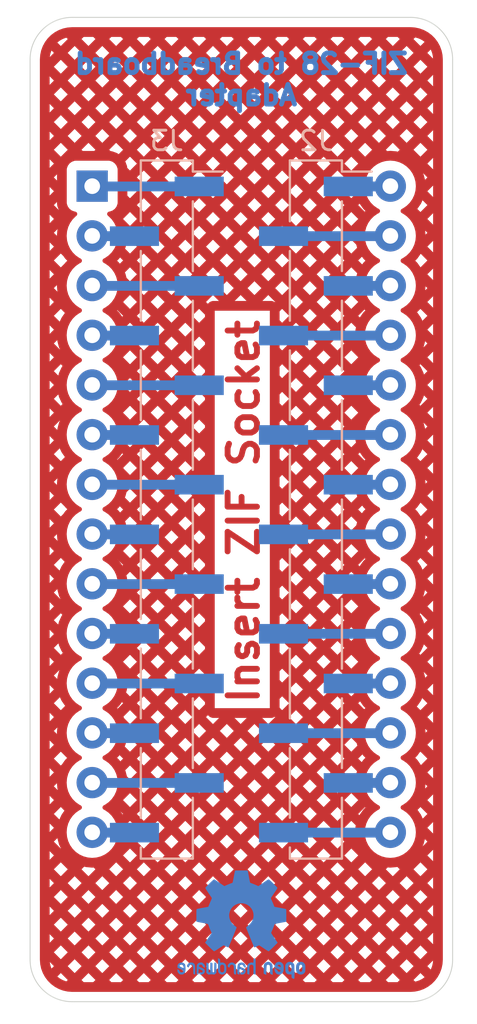
<source format=kicad_pcb>
(kicad_pcb
	(version 20240108)
	(generator "pcbnew")
	(generator_version "8.0")
	(general
		(thickness 1.6)
		(legacy_teardrops no)
	)
	(paper "A4")
	(layers
		(0 "F.Cu" signal)
		(31 "B.Cu" signal)
		(32 "B.Adhes" user "B.Adhesive")
		(33 "F.Adhes" user "F.Adhesive")
		(34 "B.Paste" user)
		(35 "F.Paste" user)
		(36 "B.SilkS" user "B.Silkscreen")
		(37 "F.SilkS" user "F.Silkscreen")
		(38 "B.Mask" user)
		(39 "F.Mask" user)
		(40 "Dwgs.User" user "User.Drawings")
		(41 "Cmts.User" user "User.Comments")
		(42 "Eco1.User" user "User.Eco1")
		(43 "Eco2.User" user "User.Eco2")
		(44 "Edge.Cuts" user)
		(45 "Margin" user)
		(46 "B.CrtYd" user "B.Courtyard")
		(47 "F.CrtYd" user "F.Courtyard")
		(48 "B.Fab" user)
		(49 "F.Fab" user)
		(50 "User.1" user)
		(51 "User.2" user)
		(52 "User.3" user)
		(53 "User.4" user)
		(54 "User.5" user)
		(55 "User.6" user)
		(56 "User.7" user)
		(57 "User.8" user)
		(58 "User.9" user)
	)
	(setup
		(stackup
			(layer "F.SilkS"
				(type "Top Silk Screen")
			)
			(layer "F.Paste"
				(type "Top Solder Paste")
			)
			(layer "F.Mask"
				(type "Top Solder Mask")
				(thickness 0.01)
			)
			(layer "F.Cu"
				(type "copper")
				(thickness 0.035)
			)
			(layer "dielectric 1"
				(type "core")
				(thickness 1.51)
				(material "FR4")
				(epsilon_r 4.5)
				(loss_tangent 0.02)
			)
			(layer "B.Cu"
				(type "copper")
				(thickness 0.035)
			)
			(layer "B.Mask"
				(type "Bottom Solder Mask")
				(thickness 0.01)
			)
			(layer "B.Paste"
				(type "Bottom Solder Paste")
			)
			(layer "B.SilkS"
				(type "Bottom Silk Screen")
			)
			(copper_finish "None")
			(dielectric_constraints no)
		)
		(pad_to_mask_clearance 0.0508)
		(allow_soldermask_bridges_in_footprints no)
		(pcbplotparams
			(layerselection 0x00010fc_ffffffff)
			(plot_on_all_layers_selection 0x0000000_00000000)
			(disableapertmacros no)
			(usegerberextensions no)
			(usegerberattributes yes)
			(usegerberadvancedattributes yes)
			(creategerberjobfile yes)
			(dashed_line_dash_ratio 12.000000)
			(dashed_line_gap_ratio 3.000000)
			(svgprecision 4)
			(plotframeref no)
			(viasonmask no)
			(mode 1)
			(useauxorigin no)
			(hpglpennumber 1)
			(hpglpenspeed 20)
			(hpglpendiameter 15.000000)
			(pdf_front_fp_property_popups yes)
			(pdf_back_fp_property_popups yes)
			(dxfpolygonmode yes)
			(dxfimperialunits yes)
			(dxfusepcbnewfont yes)
			(psnegative no)
			(psa4output no)
			(plotreference yes)
			(plotvalue yes)
			(plotfptext yes)
			(plotinvisibletext no)
			(sketchpadsonfab no)
			(subtractmaskfromsilk no)
			(outputformat 1)
			(mirror no)
			(drillshape 1)
			(scaleselection 1)
			(outputdirectory "")
		)
	)
	(net 0 "")
	(net 1 "Net-(J1-Pin_5)")
	(net 2 "Net-(J1-Pin_8)")
	(net 3 "Net-(J1-Pin_9)")
	(net 4 "Net-(J1-Pin_28)")
	(net 5 "Net-(J1-Pin_17)")
	(net 6 "Net-(J1-Pin_24)")
	(net 7 "Net-(J1-Pin_2)")
	(net 8 "Net-(J1-Pin_10)")
	(net 9 "Net-(J1-Pin_7)")
	(net 10 "Net-(J1-Pin_4)")
	(net 11 "Net-(J1-Pin_11)")
	(net 12 "Net-(J1-Pin_18)")
	(net 13 "Net-(J1-Pin_3)")
	(net 14 "Net-(J1-Pin_27)")
	(net 15 "Net-(J1-Pin_25)")
	(net 16 "Net-(J1-Pin_12)")
	(net 17 "Net-(J1-Pin_21)")
	(net 18 "Net-(J1-Pin_6)")
	(net 19 "Net-(J1-Pin_1)")
	(net 20 "Net-(J1-Pin_15)")
	(net 21 "Net-(J1-Pin_16)")
	(net 22 "Net-(J1-Pin_14)")
	(net 23 "Net-(J1-Pin_20)")
	(net 24 "Net-(J1-Pin_13)")
	(net 25 "Net-(J1-Pin_22)")
	(net 26 "Net-(J1-Pin_23)")
	(net 27 "Net-(J1-Pin_26)")
	(net 28 "Net-(J1-Pin_19)")
	(footprint "Package_DIP:DIP-28_W15.24mm_Socket" (layer "F.Cu") (at 145.175 80.125))
	(footprint "Connector_PinHeader_2.54mm:PinHeader_1x14_P2.54mm_Vertical_SMD_Pin1Left" (layer "B.Cu") (at 156.61 96.65 180))
	(footprint "Connector_PinHeader_2.54mm:PinHeader_1x14_P2.54mm_Vertical_SMD_Pin1Left" (layer "B.Cu") (at 148.99 96.65 180))
	(footprint "Symbol:OSHW-Logo2_7.3x6mm_Copper" (layer "B.Cu") (at 152.8 117.856 180))
	(gr_arc
		(start 161.45 71.5)
		(mid 162.97028 72.12972)
		(end 163.6 73.65)
		(stroke
			(width 0.05)
			(type default)
		)
		(layer "Edge.Cuts")
		(uuid "33d1ca19-f59b-445a-b080-69242194c164")
	)
	(gr_line
		(start 161.45 121.8)
		(end 144.15 121.8)
		(stroke
			(width 0.05)
			(type default)
		)
		(layer "Edge.Cuts")
		(uuid "42d39dd9-d087-45a7-a5c3-67bdd9460326")
	)
	(gr_arc
		(start 142 73.65)
		(mid 142.62972 72.12972)
		(end 144.15 71.5)
		(stroke
			(width 0.05)
			(type default)
		)
		(layer "Edge.Cuts")
		(uuid "4d8d98fa-a743-4fda-b0e3-1f23f68bcde4")
	)
	(gr_line
		(start 163.6 73.65)
		(end 163.6 119.65)
		(stroke
			(width 0.05)
			(type default)
		)
		(layer "Edge.Cuts")
		(uuid "6620ffbd-90c6-4619-a21c-17a3c0f47274")
	)
	(gr_line
		(start 144.15 71.5)
		(end 161.45 71.5)
		(stroke
			(width 0.05)
			(type default)
		)
		(layer "Edge.Cuts")
		(uuid "6bb9288a-be1a-4ed4-8428-e5556ca2bdec")
	)
	(gr_arc
		(start 163.6 119.65)
		(mid 162.97028 121.17028)
		(end 161.45 121.8)
		(stroke
			(width 0.05)
			(type default)
		)
		(layer "Edge.Cuts")
		(uuid "84fdcbde-1f23-4f60-b2f8-305a592873e0")
	)
	(gr_arc
		(start 144.15 121.8)
		(mid 142.62972 121.17028)
		(end 142 119.65)
		(stroke
			(width 0.05)
			(type default)
		)
		(layer "Edge.Cuts")
		(uuid "def0ad56-d9bf-4b5e-b9dd-b6cbe3f00946")
	)
	(gr_line
		(start 142 119.65)
		(end 142 73.65)
		(stroke
			(width 0.05)
			(type default)
		)
		(layer "Edge.Cuts")
		(uuid "e6775096-e8a9-4f78-a1c1-6ef8c379cbd1")
	)
	(gr_text "Insert ZIF Socket"
		(at 153.796 106.7 90)
		(layer "F.Cu")
		(uuid "9e9b45a5-c1ba-43da-ae63-0fd4ac9e720e")
		(effects
			(font
				(size 1.5 1.5)
				(thickness 0.3)
				(bold yes)
			)
			(justify left bottom)
		)
	)
	(gr_text "ZIF-28 to Breadboard\nAdapter"
		(at 152.8 74.676 0)
		(layer "B.Cu")
		(uuid "72de5e63-a237-40de-abd2-9bb664a86681")
		(effects
			(font
				(size 1 1)
				(thickness 0.25)
				(bold yes)
			)
			(justify mirror)
		)
	)
	(segment
		(start 145.19 90.3)
		(end 145.175 90.285)
		(width 0.5)
		(layer "B.Cu")
		(net 1)
		(uuid "5a01e54c-5f55-43a6-822a-3a7796329dba")
	)
	(segment
		(start 150.645 90.3)
		(end 145.19 90.3)
		(width 0.5)
		(layer "B.Cu")
		(net 1)
		(uuid "a1a9d244-95ba-401b-ba27-60aee3cbc3c5")
	)
	(segment
		(start 145.19 97.92)
		(end 145.175 97.905)
		(width 0.5)
		(layer "B.Cu")
		(net 2)
		(uuid "05678536-4bc8-4b28-912c-9f5671c9ce3a")
	)
	(segment
		(start 147.335 97.92)
		(end 145.19 97.92)
		(width 0.5)
		(layer "B.Cu")
		(net 2)
		(uuid "cecb5068-ba28-43ff-b2ad-decda4ccba41")
	)
	(segment
		(start 145.19 100.46)
		(end 145.175 100.445)
		(width 0.5)
		(layer "B.Cu")
		(net 3)
		(uuid "0acabae9-7fcd-4260-ad12-752a53ec2019")
	)
	(segment
		(start 150.645 100.46)
		(end 145.19 100.46)
		(width 0.5)
		(layer "B.Cu")
		(net 3)
		(uuid "62582400-5f3b-4231-89d6-169a7fdb90a8")
	)
	(segment
		(start 158.265 80.14)
		(end 160.4 80.14)
		(width 0.5)
		(layer "B.Cu")
		(net 4)
		(uuid "795b81e9-9f53-4583-a698-9bd44085e1b3")
	)
	(segment
		(start 160.4 80.14)
		(end 160.415 80.125)
		(width 0.5)
		(layer "B.Cu")
		(net 4)
		(uuid "79b4a02f-bccd-42e9-974f-676bc191ddfa")
	)
	(segment
		(start 154.955 108.08)
		(end 160.4 108.08)
		(width 0.5)
		(layer "B.Cu")
		(net 5)
		(uuid "cfb8ddac-1c85-45bc-80a1-aa2685a626d8")
	)
	(segment
		(start 160.4 108.08)
		(end 160.415 108.065)
		(width 0.5)
		(layer "B.Cu")
		(net 5)
		(uuid "e247283e-ef96-4ca2-acb9-a180fcddd3cc")
	)
	(segment
		(start 160.4 90.3)
		(end 160.415 90.285)
		(width 0.5)
		(layer "B.Cu")
		(net 6)
		(uuid "067ac0a8-655f-4d1f-8502-cbe7bfd4bb82")
	)
	(segment
		(start 158.265 90.3)
		(end 160.4 90.3)
		(width 0.5)
		(layer "B.Cu")
		(net 6)
		(uuid "82365a0d-67b7-48c7-9bf7-3037c2b19a4e")
	)
	(segment
		(start 145.19 82.68)
		(end 145.175 82.665)
		(width 0.5)
		(layer "B.Cu")
		(net 7)
		(uuid "0dc15c71-e30f-4745-8511-1647ff563ff3")
	)
	(segment
		(start 147.335 82.68)
		(end 145.19 82.68)
		(width 0.5)
		(layer "B.Cu")
		(net 7)
		(uuid "9ac573a4-c85e-4509-ba4e-1539617f7103")
	)
	(segment
		(start 147.335 103)
		(end 145.19 103)
		(width 0.5)
		(layer "B.Cu")
		(net 8)
		(uuid "4438aed6-2768-4dfa-8f20-a24d2150636e")
	)
	(segment
		(start 145.19 103)
		(end 145.175 102.985)
		(width 0.5)
		(layer "B.Cu")
		(net 8)
		(uuid "f0870a1d-addf-4e5b-ae8b-45b98fef6b59")
	)
	(segment
		(start 145.19 95.38)
		(end 145.175 95.365)
		(width 0.5)
		(layer "B.Cu")
		(net 9)
		(uuid "91be7fff-eadc-49f6-aa8e-1bc29434a10a")
	)
	(segment
		(start 150.645 95.38)
		(end 145.19 95.38)
		(width 0.5)
		(layer "B.Cu")
		(net 9)
		(uuid "d3350b49-1170-4925-bba3-6a7e6e31cf76")
	)
	(segment
		(start 145.19 87.76)
		(end 145.175 87.745)
		(width 0.5)
		(layer "B.Cu")
		(net 10)
		(uuid "29a75598-292b-4776-b021-0589a8281312")
	)
	(segment
		(start 147.335 87.76)
		(end 145.19 87.76)
		(width 0.5)
		(layer "B.Cu")
		(net 10)
		(uuid "40365f4f-46d4-4b81-8d30-072a57c4f4a4")
	)
	(segment
		(start 150.645 105.54)
		(end 145.19 105.54)
		(width 0.5)
		(layer "B.Cu")
		(net 11)
		(uuid "65246b3b-3372-456e-881c-40743fb8f993")
	)
	(segment
		(start 145.19 105.54)
		(end 145.175 105.525)
		(width 0.5)
		(layer "B.Cu")
		(net 11)
		(uuid "a76f402e-ad62-4bf7-8b24-947f2f8dbda3")
	)
	(segment
		(start 160.4 105.54)
		(end 160.415 105.525)
		(width 0.5)
		(layer "B.Cu")
		(net 12)
		(uuid "3711ef46-b75c-4180-94de-36426a936ee1")
	)
	(segment
		(start 158.265 105.54)
		(end 160.4 105.54)
		(width 0.5)
		(layer "B.Cu")
		(net 12)
		(uuid "f28757a7-bf84-4e6f-bd93-d8290547d933")
	)
	(segment
		(start 145.19 85.22)
		(end 145.175 85.205)
		(width 0.5)
		(layer "B.Cu")
		(net 13)
		(uuid "27c19839-52b7-4861-b52d-390edeedf998")
	)
	(segment
		(start 150.645 85.22)
		(end 145.19 85.22)
		(width 0.5)
		(layer "B.Cu")
		(net 13)
		(uuid "a52e89ec-074f-4cb8-9416-c39a847c2d73")
	)
	(segment
		(start 154.955 82.68)
		(end 160.4 82.68)
		(width 0.5)
		(layer "B.Cu")
		(net 14)
		(uuid "25cdc24c-4d70-4d31-a469-c893461275ce")
	)
	(segment
		(start 160.4 82.68)
		(end 160.415 82.665)
		(width 0.5)
		(layer "B.Cu")
		(net 14)
		(uuid "983f5340-b582-4670-b1e0-eb27f3f164fd")
	)
	(segment
		(start 154.955 87.76)
		(end 160.4 87.76)
		(width 0.5)
		(layer "B.Cu")
		(net 15)
		(uuid "653f5b7f-6fc7-4bdd-8748-b9deea0fc507")
	)
	(segment
		(start 160.4 87.76)
		(end 160.415 87.745)
		(width 0.5)
		(layer "B.Cu")
		(net 15)
		(uuid "889f8fce-7272-47f0-b703-eeb756c33b8f")
	)
	(segment
		(start 147.335 108.08)
		(end 145.19 108.08)
		(width 0.5)
		(layer "B.Cu")
		(net 16)
		(uuid "6de5437a-1280-452e-a527-9204745f3274")
	)
	(segment
		(start 145.19 108.08)
		(end 145.175 108.065)
		(width 0.5)
		(layer "B.Cu")
		(net 16)
		(uuid "d55a0a6e-4672-441b-a716-f62e5c4c6827")
	)
	(segment
		(start 154.955 97.92)
		(end 160.4 97.92)
		(width 0.5)
		(layer "B.Cu")
		(net 17)
		(uuid "6d0af829-8bc5-4eba-8689-b3bc134dae7b")
	)
	(segment
		(start 160.4 97.92)
		(end 160.415 97.905)
		(width 0.5)
		(layer "B.Cu")
		(net 17)
		(uuid "bdea4342-f50c-413f-a2df-44960649ae46")
	)
	(segment
		(start 145.19 92.84)
		(end 145.175 92.825)
		(width 0.5)
		(layer "B.Cu")
		(net 18)
		(uuid "6d8dd348-d623-43a0-83f2-4f751cd2bdf3")
	)
	(segment
		(start 147.335 92.84)
		(end 145.19 92.84)
		(width 0.5)
		(layer "B.Cu")
		(net 18)
		(uuid "acba19f4-35a6-4411-8470-79522842004b")
	)
	(segment
		(start 145.19 80.14)
		(end 145.175 80.125)
		(width 0.5)
		(layer "B.Cu")
		(net 19)
		(uuid "9acf1ad7-3e9f-4c86-8bbf-2dd8387e6bb9")
	)
	(segment
		(start 150.645 80.14)
		(end 145.19 80.14)
		(width 0.5)
		(layer "B.Cu")
		(net 19)
		(uuid "b87efd0a-4ed2-4201-b7a5-aeb61fb5d943")
	)
	(segment
		(start 154.955 113.16)
		(end 160.4 113.16)
		(width 0.5)
		(layer "B.Cu")
		(net 20)
		(uuid "26cc4b8e-2590-4d40-8130-3888845cbc63")
	)
	(segment
		(start 160.4 113.16)
		(end 160.415 113.145)
		(width 0.5)
		(layer "B.Cu")
		(net 20)
		(uuid "ca5e4e30-8e4f-4753-aad2-7768422fa048")
	)
	(segment
		(start 158.265 110.62)
		(end 160.4 110.62)
		(width 0.5)
		(layer "B.Cu")
		(net 21)
		(uuid "88be8783-f18c-4cc7-806a-506169ffd56f")
	)
	(segment
		(start 160.4 110.62)
		(end 160.415 110.605)
		(width 0.5)
		(layer "B.Cu")
		(net 21)
		(uuid "d54bd604-7367-4aaf-a186-7c54bea7e452")
	)
	(segment
		(start 147.335 113.16)
		(end 145.19 113.16)
		(width 0.5)
		(layer "B.Cu")
		(net 22)
		(uuid "cabea6ad-9c8e-4332-bac6-a5ed1fa6d114")
	)
	(segment
		(start 145.19 113.16)
		(end 145.175 113.145)
		(width 0.5)
		(layer "B.Cu")
		(net 22)
		(uuid "ced27625-02c7-421d-8740-bf1dceef4959")
	)
	(segment
		(start 160.4 100.46)
		(end 160.415 100.445)
		(width 0.5)
		(layer "B.Cu")
		(net 23)
		(uuid "058a91a0-40a1-44e1-ac47-11db93b94bbb")
	)
	(segment
		(start 158.265 100.46)
		(end 160.4 100.46)
		(width 0.5)
		(layer "B.Cu")
		(net 23)
		(uuid "52794b94-e02f-4f91-999c-10f1a363d4e4")
	)
	(segment
		(start 145.19 110.62)
		(end 145.175 110.605)
		(width 0.5)
		(layer "B.Cu")
		(net 24)
		(uuid "7270852f-bf29-4965-aa88-3eb8a53181ee")
	)
	(segment
		(start 150.645 110.62)
		(end 145.19 110.62)
		(width 0.5)
		(layer "B.Cu")
		(net 24)
		(uuid "df13bd9e-5138-4051-b145-71678d5594fb")
	)
	(segment
		(start 158.265 95.38)
		(end 160.4 95.38)
		(width 0.5)
		(layer "B.Cu")
		(net 25)
		(uuid "284e3255-4802-4cc0-a2bb-e88e23c143d9")
	)
	(segment
		(start 160.4 95.38)
		(end 160.415 95.365)
		(width 0.5)
		(layer "B.Cu")
		(net 25)
		(uuid "b79e07a2-4568-442c-8d42-32c5993cd365")
	)
	(segment
		(start 160.4 92.84)
		(end 160.415 92.825)
		(width 0.5)
		(layer "B.Cu")
		(net 26)
		(uuid "092bbc2e-07a4-42e0-b46b-feba1d1070c8")
	)
	(segment
		(start 154.955 92.84)
		(end 160.4 92.84)
		(width 0.5)
		(layer "B.Cu")
		(net 26)
		(uuid "78e6212d-8dc8-41ff-8f4a-a87ce9e7745b")
	)
	(segment
		(start 158.265 85.22)
		(end 160.4 85.22)
		(width 0.5)
		(layer "B.Cu")
		(net 27)
		(uuid "331045c0-394a-4a10-bad5-ce3c0068885c")
	)
	(segment
		(start 160.4 85.22)
		(end 160.415 85.205)
		(width 0.5)
		(layer "B.Cu")
		(net 27)
		(uuid "a8992722-2653-452d-8590-f0a7ba3d65a9")
	)
	(segment
		(start 154.955 103)
		(end 160.4 103)
		(width 0.5)
		(layer "B.Cu")
		(net 28)
		(uuid "8f5b3d56-f8d7-47ff-9838-340383cff6a0")
	)
	(segment
		(start 160.4 103)
		(end 160.415 102.985)
		(width 0.5)
		(layer "B.Cu")
		(net 28)
		(uuid "fe57c6de-e750-42f1-8f86-ef24ca97daff")
	)
	(zone
		(net 0)
		(net_name "")
		(layer "F.Cu")
		(uuid "2150ae30-6584-43bf-9835-24473ee062b7")
		(hatch edge 0.5)
		(connect_pads
			(clearance 0.5)
		)
		(min_thickness 0.25)
		(filled_areas_thickness no)
		(fill yes
			(mode hatch)
			(thermal_gap 0.5)
			(thermal_bridge_width 0.5)
			(island_removal_mode 1)
			(island_area_min 10)
			(hatch_thickness 0.5)
			(hatch_gap 0.5)
			(hatch_orientation 45)
			(hatch_border_algorithm hatch_thickness)
			(hatch_min_hole_area 0.3)
		)
		(polygon
			(pts
				(xy 140.462 122.936) (xy 164.846 122.936) (xy 164.846 70.612) (xy 140.462 70.612)
			)
		)
		(filled_polygon
			(layer "F.Cu")
			(island)
			(pts
				(xy 161.454418 72.000816) (xy 161.675908 72.016657) (xy 161.693412 72.019174) (xy 161.906053 72.065431)
				(xy 161.923015 72.07041) (xy 162.126927 72.146466) (xy 162.143007 72.15381) (xy 162.334004 72.258102)
				(xy 162.348887 72.267667) (xy 162.523093 72.398076) (xy 162.536464 72.409662) (xy 162.690337 72.563535)
				(xy 162.701923 72.576906) (xy 162.832332 72.751112) (xy 162.841897 72.765995) (xy 162.946186 72.956986)
				(xy 162.953536 72.973079) (xy 163.029586 73.176976) (xy 163.03457 73.193953) (xy 163.080824 73.406585)
				(xy 163.083342 73.424095) (xy 163.099184 73.64558) (xy 163.0995 73.654427) (xy 163.0995 119.645572)
				(xy 163.099184 119.654419) (xy 163.083342 119.875904) (xy 163.080824 119.893414) (xy 163.03457 120.106046)
				(xy 163.029586 120.123023) (xy 162.953536 120.32692) (xy 162.946186 120.343013) (xy 162.841897 120.534004)
				(xy 162.832332 120.548887) (xy 162.701923 120.723093) (xy 162.690337 120.736464) (xy 162.536464 120.890337)
				(xy 162.523093 120.901923) (xy 162.348887 121.032332) (xy 162.334004 121.041897) (xy 162.143013 121.146186)
				(xy 162.12692 121.153536) (xy 161.923023 121.229586) (xy 161.906046 121.23457) (xy 161.693414 121.280824)
				(xy 161.675904 121.283342) (xy 161.476836 121.29758) (xy 161.454417 121.299184) (xy 161.445572 121.2995)
				(xy 144.154428 121.2995) (xy 144.145582 121.299184) (xy 144.12022 121.29737) (xy 143.924095 121.283342)
				(xy 143.906585 121.280824) (xy 143.693953 121.23457) (xy 143.676976 121.229586) (xy 143.473079 121.153536)
				(xy 143.456986 121.146186) (xy 143.265995 121.041897) (xy 143.251112 121.032332) (xy 143.076906 120.901923)
				(xy 143.063535 120.890337) (xy 142.909662 120.736464) (xy 142.898076 120.723093) (xy 142.767667 120.548887)
				(xy 142.758102 120.534004) (xy 142.747645 120.514853) (xy 143.392329 120.514853) (xy 143.396761 120.519285)
				(xy 143.528138 120.617633) (xy 143.672171 120.69628) (xy 143.825948 120.753637) (xy 143.856774 120.760343)
				(xy 143.925486 120.69163) (xy 144.629765 120.69163) (xy 144.739635 120.8015) (xy 145.229831 120.8015)
				(xy 145.339701 120.69163) (xy 146.043979 120.69163) (xy 146.153849 120.8015) (xy 146.644045 120.8015)
				(xy 146.753915 120.69163) (xy 147.458192 120.69163) (xy 147.568062 120.8015) (xy 148.058258 120.8015)
				(xy 148.168128 120.69163) (xy 148.872406 120.69163) (xy 148.982276 120.8015) (xy 149.472472 120.8015)
				(xy 149.582342 120.69163) (xy 150.286619 120.69163) (xy 150.396489 120.8015) (xy 150.886686 120.8015)
				(xy 150.996555 120.69163) (xy 151.700833 120.69163) (xy 151.810703 120.8015) (xy 152.300899 120.8015)
				(xy 152.410769 120.69163) (xy 153.115046 120.69163) (xy 153.224916 120.8015) (xy 153.715113 120.8015)
				(xy 153.824983 120.69163) (xy 154.52926 120.69163) (xy 154.63913 120.8015) (xy 155.129326 120.8015)
				(xy 155.239196 120.69163) (xy 155.943474 120.69163) (xy 156.053344 120.8015) (xy 156.54354 120.8015)
				(xy 156.65341 120.69163) (xy 157.357687 120.69163) (xy 157.467557 120.8015) (xy 157.957753 120.8015)
				(xy 158.067623 120.69163) (xy 158.771901 120.69163) (xy 158.881771 120.8015) (xy 159.371967 120.8015)
				(xy 159.481837 120.69163) (xy 160.186114 120.69163) (xy 160.295984 120.8015) (xy 160.78618 120.8015)
				(xy 160.89605 120.69163) (xy 161.600328 120.69163) (xy 161.682293 120.773595) (xy 161.774056 120.753634)
				(xy 161.927826 120.69628) (xy 162.071859 120.617633) (xy 162.165882 120.547248) (xy 161.955296 120.336662)
				(xy 161.600328 120.69163) (xy 160.89605 120.69163) (xy 160.541082 120.336662) (xy 160.186114 120.69163)
				(xy 159.481837 120.69163) (xy 159.126869 120.336662) (xy 158.771901 120.69163) (xy 158.067623 120.69163)
				(xy 157.712655 120.336662) (xy 157.357687 120.69163) (xy 156.65341 120.69163) (xy 156.298442 120.336662)
				(xy 155.943474 120.69163) (xy 155.239196 120.69163) (xy 154.884228 120.336662) (xy 154.52926 120.69163)
				(xy 153.824983 120.69163) (xy 153.470014 120.336661) (xy 153.115046 120.69163) (xy 152.410769 120.69163)
				(xy 152.055801 120.336662) (xy 151.700833 120.69163) (xy 150.996555 120.69163) (xy 150.641587 120.336661)
				(xy 150.286619 120.69163) (xy 149.582342 120.69163) (xy 149.227374 120.336662) (xy 148.872406 120.69163)
				(xy 148.168128 120.69163) (xy 147.81316 120.336662) (xy 147.458192 120.69163) (xy 146.753915 120.69163)
				(xy 146.398947 120.336662) (xy 146.043979 120.69163) (xy 145.339701 120.69163) (xy 144.984733 120.336662)
				(xy 144.629765 120.69163) (xy 143.925486 120.69163) (xy 143.925487 120.691629) (xy 143.57052 120.336662)
				(xy 143.392329 120.514853) (xy 142.747645 120.514853) (xy 142.653813 120.343013) (xy 142.646466 120.326927)
				(xy 142.57041 120.123015) (xy 142.565431 120.106053) (xy 142.519174 119.893412) (xy 142.516657 119.875903)
				(xy 142.509429 119.774842) (xy 143.0087 119.774842) (xy 143.011479 119.813699) (xy 143.04636 119.974049)
				(xy 143.095936 120.106966) (xy 143.218379 119.984523) (xy 143.922658 119.984523) (xy 144.277626 120.339491)
				(xy 144.632594 119.984523) (xy 145.336872 119.984523) (xy 145.69184 120.339491) (xy 146.046808 119.984523)
				(xy 146.751085 119.984523) (xy 147.106053 120.339491) (xy 147.461022 119.984523) (xy 148.165299 119.984523)
				(xy 148.520267 120.339491) (xy 148.875235 119.984523) (xy 149.579513 119.984523) (xy 149.934481 120.339491)
				(xy 150.289449 119.984523) (xy 150.993726 119.984523) (xy 151.348694 120.339491) (xy 151.703662 119.984523)
				(xy 152.40794 119.984523) (xy 152.762908 120.339491) (xy 153.117876 119.984523) (xy 153.822153 119.984523)
				(xy 154.177121 120.339491) (xy 154.532089 119.984523) (xy 155.236367 119.984523) (xy 155.591335 120.339491)
				(xy 155.946303 119.984523) (xy 156.65058 119.984523) (xy 157.005548 120.339491) (xy 157.360516 119.984523)
				(xy 158.064794 119.984523) (xy 158.419762 120.339491) (xy 158.77473 119.984523) (xy 159.479007 119.984523)
				(xy 159.833975 120.339491) (xy 160.188944 119.984523) (xy 160.893221 119.984523) (xy 161.248189 120.339491)
				(xy 161.603157 119.984523) (xy 162.307435 119.984523) (xy 162.480195 120.157283) (xy 162.49628 120.127826)
				(xy 162.553637 119.974049) (xy 162.588518 119.813698) (xy 162.597012 119.694945) (xy 162.307435 119.984523)
				(xy 161.603157 119.984523) (xy 161.248189 119.629555) (xy 160.893221 119.984523) (xy 160.188944 119.984523)
				(xy 159.833975 119.629554) (xy 159.479007 119.984523) (xy 158.77473 119.984523) (xy 158.419762 119.629555)
				(xy 158.064794 119.984523) (xy 157.360516 119.984523) (xy 157.005548 119.629554) (xy 156.65058 119.984523)
				(xy 155.946303 119.984523) (xy 155.591335 119.629555) (xy 155.236367 119.984523) (xy 154.532089 119.984523)
				(xy 154.177121 119.629555) (xy 153.822153 119.984523) (xy 153.117876 119.984523) (xy 152.762908 119.629555)
				(xy 152.40794 119.984523) (xy 151.703662 119.984523) (xy 151.348694 119.629555) (xy 150.993726 119.984523)
				(xy 150.289449 119.984523) (xy 149.934481 119.629555) (xy 149.579513 119.984523) (xy 148.875235 119.984523)
				(xy 148.520267 119.629555) (xy 148.165299 119.984523) (xy 147.461022 119.984523) (xy 147.106053 119.629554)
				(xy 146.751085 119.984523) (xy 146.046808 119.984523) (xy 145.69184 119.629555) (xy 145.336872 119.984523)
				(xy 144.632594 119.984523) (xy 144.277626 119.629555) (xy 143.922658 119.984523) (xy 143.218379 119.984523)
				(xy 143.21838 119.984522) (xy 143.0087 119.774842) (xy 142.509429 119.774842) (xy 142.500816 119.654418)
				(xy 142.5005 119.645572) (xy 142.5005 119.277416) (xy 143.215551 119.277416) (xy 143.57052 119.632384)
				(xy 143.925488 119.277416) (xy 144.629764 119.277416) (xy 144.984733 119.632384) (xy 145.339701 119.277416)
				(xy 146.043978 119.277416) (xy 146.398947 119.632384) (xy 146.753915 119.277416) (xy 147.458191 119.277416)
				(xy 147.81316 119.632384) (xy 148.168128 119.277416) (xy 148.872405 119.277416) (xy 149.227374 119.632384)
				(xy 149.582342 119.277416) (xy 150.286618 119.277416) (xy 150.641587 119.632384) (xy 150.996555 119.277416)
				(xy 151.700832 119.277416) (xy 152.055801 119.632384) (xy 152.410769 119.277416) (xy 153.115046 119.277416)
				(xy 153.470014 119.632384) (xy 153.824983 119.277416) (xy 154.529259 119.277416) (xy 154.884228 119.632384)
				(xy 155.239196 119.277416) (xy 155.943473 119.277416) (xy 156.298442 119.632384) (xy 156.65341 119.277416)
				(xy 157.357686 119.277416) (xy 157.712655 119.632384) (xy 158.067623 119.277416) (xy 158.7719 119.277416)
				(xy 159.126869 119.632384) (xy 159.481837 119.277416) (xy 160.186113 119.277416) (xy 160.541082 119.632384)
				(xy 160.89605 119.277416) (xy 161.600327 119.277416) (xy 161.955296 119.632384) (xy 162.310264 119.277416)
				(xy 161.955296 118.922448) (xy 161.600327 119.277416) (xy 160.89605 119.277416) (xy 160.541082 118.922448)
				(xy 160.186113 119.277416) (xy 159.481837 119.277416) (xy 159.126869 118.922448) (xy 158.7719 119.277416)
				(xy 158.067623 119.277416) (xy 157.712655 118.922448) (xy 157.357686 119.277416) (xy 156.65341 119.277416)
				(xy 156.298442 118.922448) (xy 155.943473 119.277416) (xy 155.239196 119.277416) (xy 154.884228 118.922448)
				(xy 154.529259 119.277416) (xy 153.824983 119.277416) (xy 153.470014 118.922447) (xy 153.115046 119.277416)
				(xy 152.410769 119.277416) (xy 152.055801 118.922448) (xy 151.700832 119.277416) (xy 150.996555 119.277416)
				(xy 150.641587 118.922447) (xy 150.286618 119.277416) (xy 149.582342 119.277416) (xy 149.227374 118.922448)
				(xy 148.872405 119.277416) (xy 148.168128 119.277416) (xy 147.81316 118.922448) (xy 147.458191 119.277416)
				(xy 146.753915 119.277416) (xy 146.398947 118.922448) (xy 146.043978 119.277416) (xy 145.339701 119.277416)
				(xy 144.984733 118.922448) (xy 144.629764 119.277416) (xy 143.925488 119.277416) (xy 143.57052 118.922448)
				(xy 143.215551 119.277416) (xy 142.5005 119.277416) (xy 142.5005 118.790191) (xy 142.9985 118.790191)
				(xy 143.218381 118.57031) (xy 143.922658 118.57031) (xy 144.277626 118.925278) (xy 144.632594 118.57031)
				(xy 145.336872 118.57031) (xy 145.69184 118.925278) (xy 146.046808 118.57031) (xy 146.751085 118.57031)
				(xy 147.106053 118.925278) (xy 147.461022 118.57031) (xy 148.165299 118.57031) (xy 148.520267 118.925278)
				(xy 148.875235 118.57031) (xy 149.579513 118.57031) (xy 149.934481 118.925278) (xy 150.289449 118.57031)
				(xy 150.993726 118.57031) (xy 151.348694 118.925278) (xy 151.703662 118.57031) (xy 152.40794 118.57031)
				(xy 152.762908 118.925278) (xy 153.117876 118.57031) (xy 153.822153 118.57031) (xy 154.177121 118.925278)
				(xy 154.532089 118.57031) (xy 155.236367 118.57031) (xy 155.591335 118.925278) (xy 155.946303 118.57031)
				(xy 156.65058 118.57031) (xy 157.005548 118.925278) (xy 157.360516 118.57031) (xy 158.064794 118.57031)
				(xy 158.419762 118.925278) (xy 158.77473 118.57031) (xy 159.479007 118.57031) (xy 159.833975 118.925278)
				(xy 160.188944 118.57031) (xy 160.893221 118.57031) (xy 161.248189 118.925278) (xy 161.603157 118.57031)
				(xy 162.307435 118.57031) (xy 162.6015 118.864375) (xy 162.6015 118.276245) (xy 162.307435 118.57031)
				(xy 161.603157 118.57031) (xy 161.248189 118.215342) (xy 160.893221 118.57031) (xy 160.188944 118.57031)
				(xy 159.833975 118.215341) (xy 159.479007 118.57031) (xy 158.77473 118.57031) (xy 158.419762 118.215342)
				(xy 158.064794 118.57031) (xy 157.360516 118.57031) (xy 157.005548 118.215341) (xy 156.65058 118.57031)
				(xy 155.946303 118.57031) (xy 155.591335 118.215342) (xy 155.236367 118.57031) (xy 154.532089 118.57031)
				(xy 154.177121 118.215342) (xy 153.822153 118.57031) (xy 153.117876 118.57031) (xy 152.762908 118.215342)
				(xy 152.40794 118.57031) (xy 151.703662 118.57031) (xy 151.348694 118.215342) (xy 150.993726 118.57031)
				(xy 150.289449 118.57031) (xy 149.934481 118.215342) (xy 149.579513 118.57031) (xy 148.875235 118.57031)
				(xy 148.520267 118.215342) (xy 148.165299 118.57031) (xy 147.461022 118.57031) (xy 147.106053 118.215341)
				(xy 146.751085 118.57031) (xy 146.046808 118.57031) (xy 145.69184 118.215342) (xy 145.336872 118.57031)
				(xy 144.632594 118.57031) (xy 144.277626 118.215342) (xy 143.922658 118.57031) (xy 143.218381 118.57031)
				(xy 142.9985 118.350429) (xy 142.9985 118.790191) (xy 142.5005 118.790191) (xy 142.5005 117.863203)
				(xy 143.215552 117.863203) (xy 143.57052 118.218171) (xy 143.925488 117.863203) (xy 144.629765 117.863203)
				(xy 144.984733 118.218171) (xy 145.339701 117.863203) (xy 146.043979 117.863203) (xy 146.398947 118.218171)
				(xy 146.753915 117.863203) (xy 147.458192 117.863203) (xy 147.81316 118.218171) (xy 148.168128 117.863203)
				(xy 148.872406 117.863203) (xy 149.227374 118.218171) (xy 149.582342 117.863203) (xy 150.286619 117.863203)
				(xy 150.641587 118.218171) (xy 150.996555 117.863203) (xy 151.700833 117.863203) (xy 152.055801 118.218171)
				(xy 152.410769 117.863203) (xy 153.115046 117.863203) (xy 153.470014 118.218171) (xy 153.824983 117.863203)
				(xy 154.52926 117.863203) (xy 154.884228 118.218171) (xy 155.239196 117.863203) (xy 155.943474 117.863203)
				(xy 156.298442 118.218171) (xy 156.65341 117.863203) (xy 157.357687 117.863203) (xy 157.712655 118.218171)
				(xy 158.067623 117.863203) (xy 158.771901 117.863203) (xy 159.126869 118.218171) (xy 159.481837 117.863203)
				(xy 160.186114 117.863203) (xy 160.541082 118.218171) (xy 160.89605 117.863203) (xy 161.600328 117.863203)
				(xy 161.955296 118.218171) (xy 162.310264 117.863203) (xy 161.955296 117.508235) (xy 161.600328 117.863203)
				(xy 160.89605 117.863203) (xy 160.541082 117.508235) (xy 160.186114 117.863203) (xy 159.481837 117.863203)
				(xy 159.126869 117.508235) (xy 158.771901 117.863203) (xy 158.067623 117.863203) (xy 157.712655 117.508235)
				(xy 157.357687 117.863203) (xy 156.65341 117.863203) (xy 156.298442 117.508235) (xy 155.943474 117.863203)
				(xy 155.239196 117.863203) (xy 154.884228 117.508235) (xy 154.52926 117.863203) (xy 153.824983 117.863203)
				(xy 153.470014 117.508234) (xy 153.115046 117.863203) (xy 152.410769 117.863203) (xy 152.055801 117.508235)
				(xy 151.700833 117.863203) (xy 150.996555 117.863203) (xy 150.641587 117.508234) (xy 150.286619 117.863203)
				(xy 149.582342 117.863203) (xy 149.227374 117.508235) (xy 148.872406 117.863203) (xy 148.168128 117.863203)
				(xy 147.81316 117.508235) (xy 147.458192 117.863203) (xy 146.753915 117.863203) (xy 146.398947 117.508235)
				(xy 146.043979 117.863203) (xy 145.339701 117.863203) (xy 144.984733 117.508235) (xy 144.629765 117.863203)
				(xy 143.925488 117.863203) (xy 143.57052 117.508235) (xy 143.215552 117.863203) (xy 142.5005 117.863203)
				(xy 142.5005 117.375977) (xy 142.9985 117.375977) (xy 143.218381 117.156096) (xy 143.922658 117.156096)
				(xy 144.277626 117.511064) (xy 144.632594 117.156096) (xy 145.336872 117.156096) (xy 145.69184 117.511064)
				(xy 146.046808 117.156096) (xy 146.751085 117.156096) (xy 147.106053 117.511064) (xy 147.461022 117.156096)
				(xy 148.165299 117.156096) (xy 148.520267 117.511064) (xy 148.875235 117.156096) (xy 149.579513 117.156096)
				(xy 149.934481 117.511064) (xy 150.289449 117.156096) (xy 150.993726 117.156096) (xy 151.348694 117.511064)
				(xy 151.703662 117.156096) (xy 152.40794 117.156096) (xy 152.762908 117.511064) (xy 153.117876 117.156096)
				(xy 153.822153 117.156096) (xy 154.177121 117.511064) (xy 154.532089 117.156096) (xy 155.236367 117.156096)
				(xy 155.591335 117.511064) (xy 155.946303 117.156096) (xy 156.65058 117.156096) (xy 157.005548 117.511064)
				(xy 157.360516 117.156096) (xy 158.064794 117.156096) (xy 158.419762 117.511064) (xy 158.77473 117.156096)
				(xy 159.479007 117.156096) (xy 159.833975 117.511064) (xy 160.188944 117.156096) (xy 160.893221 117.156096)
				(xy 161.248189 117.511064) (xy 161.603157 117.156096) (xy 162.307435 117.156096) (xy 162.6015 117.450161)
				(xy 162.6015 116.862031) (xy 162.307435 117.156096) (xy 161.603157 117.156096) (xy 161.248189 116.801128)
				(xy 160.893221 117.156096) (xy 160.188944 117.156096) (xy 159.833975 116.801127) (xy 159.479007 117.156096)
				(xy 158.77473 117.156096) (xy 158.419762 116.801128) (xy 158.064794 117.156096) (xy 157.360516 117.156096)
				(xy 157.005548 116.801127) (xy 156.65058 117.156096) (xy 155.946303 117.156096) (xy 155.591335 116.801128)
				(xy 155.236367 117.156096) (xy 154.532089 117.156096) (xy 154.177121 116.801128) (xy 153.822153 117.156096)
				(xy 153.117876 117.156096) (xy 152.762908 116.801128) (xy 152.40794 117.156096) (xy 151.703662 117.156096)
				(xy 151.348694 116.801128) (xy 150.993726 117.156096) (xy 150.289449 117.156096) (xy 149.934481 116.801128)
				(xy 149.579513 117.156096) (xy 148.875235 117.156096) (xy 148.520267 116.801128) (xy 148.165299 117.156096)
				(xy 147.461022 117.156096) (xy 147.106053 116.801127) (xy 146.751085 117.156096) (xy 146.046808 117.156096)
				(xy 145.69184 116.801128) (xy 145.336872 117.156096) (xy 144.632594 117.156096) (xy 144.277626 116.801128)
				(xy 143.922658 117.156096) (xy 143.218381 117.156096) (xy 142.9985 116.936215) (xy 142.9985 117.375977)
				(xy 142.5005 117.375977) (xy 142.5005 116.448989) (xy 143.215552 116.448989) (xy 143.57052 116.803957)
				(xy 143.925488 116.448989) (xy 144.629765 116.448989) (xy 144.984733 116.803957) (xy 145.339701 116.448989)
				(xy 146.043979 116.448989) (xy 146.398947 116.803957) (xy 146.753915 116.448989) (xy 147.458192 116.448989)
				(xy 147.81316 116.803957) (xy 148.168128 116.448989) (xy 148.872406 116.448989) (xy 149.227374 116.803957)
				(xy 149.582342 116.448989) (xy 150.286619 116.448989) (xy 150.641587 116.803957) (xy 150.996555 116.448989)
				(xy 151.700833 116.448989) (xy 152.055801 116.803957) (xy 152.410769 116.448989) (xy 153.115046 116.448989)
				(xy 153.470014 116.803957) (xy 153.824983 116.448989) (xy 154.52926 116.448989) (xy 154.884228 116.803957)
				(xy 155.239196 116.448989) (xy 155.943474 116.448989) (xy 156.298442 116.803957) (xy 156.65341 116.448989)
				(xy 157.357687 116.448989) (xy 157.712655 116.803957) (xy 158.067623 116.448989) (xy 158.771901 116.448989)
				(xy 159.126869 116.803957) (xy 159.481837 116.448989) (xy 160.186114 116.448989) (xy 160.541082 116.803957)
				(xy 160.89605 116.448989) (xy 161.600328 116.448989) (xy 161.955296 116.803957) (xy 162.310264 116.448989)
				(xy 161.955296 116.094021) (xy 161.600328 116.448989) (xy 160.89605 116.448989) (xy 160.541082 116.094021)
				(xy 160.186114 116.448989) (xy 159.481837 116.448989) (xy 159.126869 116.094021) (xy 158.771901 116.448989)
				(xy 158.067623 116.448989) (xy 157.712655 116.094021) (xy 157.357687 116.448989) (xy 156.65341 116.448989)
				(xy 156.298442 116.094021) (xy 155.943474 116.448989) (xy 155.239196 116.448989) (xy 154.884228 116.094021)
				(xy 154.52926 116.448989) (xy 153.824983 116.448989) (xy 153.470014 116.09402) (xy 153.115046 116.448989)
				(xy 152.410769 116.448989) (xy 152.055801 116.094021) (xy 151.700833 116.448989) (xy 150.996555 116.448989)
				(xy 150.641587 116.09402) (xy 150.286619 116.448989) (xy 149.582342 116.448989) (xy 149.227374 116.094021)
				(xy 148.872406 116.448989) (xy 148.168128 116.448989) (xy 147.81316 116.094021) (xy 147.458192 116.448989)
				(xy 146.753915 116.448989) (xy 146.398947 116.094021) (xy 146.043979 116.448989) (xy 145.339701 116.448989)
				(xy 144.984733 116.094021) (xy 144.629765 116.448989) (xy 143.925488 116.448989) (xy 143.57052 116.094021)
				(xy 143.215552 116.448989) (xy 142.5005 116.448989) (xy 142.5005 115.961764) (xy 142.9985 115.961764)
				(xy 143.218381 115.741882) (xy 143.922657 115.741882) (xy 144.277626 116.096851) (xy 144.632594 115.741882)
				(xy 145.336871 115.741882) (xy 145.69184 116.096851) (xy 146.046808 115.741882) (xy 146.751085 115.741882)
				(xy 147.106053 116.096851) (xy 147.461022 115.741882) (xy 148.165298 115.741882) (xy 148.520267 116.096851)
				(xy 148.875235 115.741882) (xy 149.579512 115.741882) (xy 149.934481 116.096851) (xy 150.289449 115.741882)
				(xy 150.993725 115.741882) (xy 151.348694 116.096851) (xy 151.703662 115.741882) (xy 152.407939 115.741882)
				(xy 152.762908 116.096851) (xy 153.117876 115.741882) (xy 153.822152 115.741882) (xy 154.177121 116.096851)
				(xy 154.532089 115.741882) (xy 155.236366 115.741882) (xy 155.591335 116.096851) (xy 155.946303 115.741882)
				(xy 156.650579 115.741882) (xy 157.005548 116.096851) (xy 157.360516 115.741882) (xy 158.064793 115.741882)
				(xy 158.419762 116.096851) (xy 158.77473 115.741882) (xy 159.479007 115.741882) (xy 159.833975 116.096851)
				(xy 160.188944 115.741882) (xy 160.89322 115.741882) (xy 161.248189 116.096851) (xy 161.603157 115.741882)
				(xy 162.307434 115.741882) (xy 162.6015 116.035948) (xy 162.6015 115.447817) (xy 162.307434 115.741882)
				(xy 161.603157 115.741882) (xy 161.248189 115.386914) (xy 160.89322 115.741882) (xy 160.188944 115.741882)
				(xy 159.833975 115.386914) (xy 159.479007 115.741882) (xy 158.77473 115.741882) (xy 158.419762 115.386914)
				(xy 158.064793 115.741882) (xy 157.360516 115.741882) (xy 157.005548 115.386914) (xy 156.650579 115.741882)
				(xy 155.946303 115.741882) (xy 155.591335 115.386914) (xy 155.236366 115.741882) (xy 154.532089 115.741882)
				(xy 154.177121 115.386914) (xy 153.822152 115.741882) (xy 153.117876 115.741882) (xy 152.762908 115.386914)
				(xy 152.407939 115.741882) (xy 151.703662 115.741882) (xy 151.348694 115.386914) (xy 150.993725 115.741882)
				(xy 150.289449 115.741882) (xy 149.934481 115.386914) (xy 149.579512 115.741882) (xy 148.875235 115.741882)
				(xy 148.520267 115.386914) (xy 148.165298 115.741882) (xy 147.461022 115.741882) (xy 147.106053 115.386914)
				(xy 146.751085 115.741882) (xy 146.046808 115.741882) (xy 145.69184 115.386914) (xy 145.336871 115.741882)
				(xy 144.632594 115.741882) (xy 144.277626 115.386914) (xy 143.922657 115.741882) (xy 143.218381 115.741882)
				(xy 142.9985 115.522001) (xy 142.9985 115.961764) (xy 142.5005 115.961764) (xy 142.5005 115.034776)
				(xy 143.215552 115.034776) (xy 143.57052 115.389744) (xy 143.925488 115.034776) (xy 143.925487 115.034775)
				(xy 144.629764 115.034775) (xy 144.984733 115.389744) (xy 145.339701 115.034776) (xy 146.043979 115.034776)
				(xy 146.398947 115.389744) (xy 146.753915 115.034776) (xy 147.458192 115.034776) (xy 147.81316 115.389744)
				(xy 148.168128 115.034776) (xy 148.872406 115.034776) (xy 149.227374 115.389744) (xy 149.582342 115.034776)
				(xy 150.286619 115.034776) (xy 150.641587 115.389744) (xy 150.996555 115.034776) (xy 151.700833 115.034776)
				(xy 152.055801 115.389744) (xy 152.410769 115.034776) (xy 153.115046 115.034776) (xy 153.470014 115.389744)
				(xy 153.824983 115.034776) (xy 154.52926 115.034776) (xy 154.884228 115.389744) (xy 155.239196 115.034776)
				(xy 155.943474 115.034776) (xy 156.298442 115.389744) (xy 156.65341 115.034776) (xy 157.357687 115.034776)
				(xy 157.712655 115.389744) (xy 158.067623 115.034776) (xy 158.771901 115.034776) (xy 159.126869 115.389744)
				(xy 159.481837 115.034776) (xy 159.481836 115.034775) (xy 160.186113 115.034775) (xy 160.541082 115.389744)
				(xy 160.89605 115.034776) (xy 161.600328 115.034776) (xy 161.955296 115.389744) (xy 162.310264 115.034776)
				(xy 161.955296 114.679808) (xy 161.600328 115.034776) (xy 160.89605 115.034776) (xy 160.772442 114.911168)
				(xy 160.760084 114.91448) (xy 160.754821 114.915767) (xy 160.744168 114.918128) (xy 160.738871 114.919182)
				(xy 160.717464 114.922957) (xy 160.712106 114.923781) (xy 160.701291 114.925204) (xy 160.695923 114.925792)
				(xy 160.447577 114.94752) (xy 160.442179 114.947874) (xy 160.431279 114.94835) (xy 160.425869 114.948468)
				(xy 160.404131 114.948468) (xy 160.398721 114.94835) (xy 160.387821 114.947874) (xy 160.382423 114.94752)
				(xy 160.282143 114.938745) (xy 160.186113 115.034775) (xy 159.481836 115.034775) (xy 159.126869 114.679808)
				(xy 158.771901 115.034776) (xy 158.067623 115.034776) (xy 157.712655 114.679808) (xy 157.357687 115.034776)
				(xy 156.65341 115.034776) (xy 156.298442 114.679808) (xy 155.943474 115.034776) (xy 155.239196 115.034776)
				(xy 154.884228 114.679808) (xy 154.52926 115.034776) (xy 153.824983 115.034776) (xy 153.470014 114.679807)
				(xy 153.115046 115.034776) (xy 152.410769 115.034776) (xy 152.055801 114.679808) (xy 151.700833 115.034776)
				(xy 150.996555 115.034776) (xy 150.641587 114.679807) (xy 150.286619 115.034776) (xy 149.582342 115.034776)
				(xy 149.227374 114.679808) (xy 148.872406 115.034776) (xy 148.168128 115.034776) (xy 147.81316 114.679808)
				(xy 147.458192 115.034776) (xy 146.753915 115.034776) (xy 146.398947 114.679808) (xy 146.043979 115.034776)
				(xy 145.339701 115.034776) (xy 145.248835 114.94391) (xy 145.207577 114.94752) (xy 145.202179 114.947874)
				(xy 145.191279 114.94835) (xy 145.185869 114.948468) (xy 145.164131 114.948468) (xy 145.158721 114.94835)
				(xy 145.147821 114.947874) (xy 145.142423 114.94752) (xy 144.894077 114.925792) (xy 144.888709 114.925204)
				(xy 144.877894 114.923781) (xy 144.872536 114.922957) (xy 144.851129 114.919182) (xy 144.845832 114.918128)
				(xy 144.835179 114.915767) (xy 144.829916 114.91448) (xy 144.766935 114.897604) (xy 144.629764 115.034775)
				(xy 143.925487 115.034775) (xy 143.57052 114.679808) (xy 143.215552 115.034776) (xy 142.5005 115.034776)
				(xy 142.5005 114.54755) (xy 142.9985 114.54755) (xy 143.218381 114.327669) (xy 142.9985 114.107788)
				(xy 142.9985 114.54755) (xy 142.5005 114.54755) (xy 142.5005 113.620561) (xy 143.215551 113.620561)
				(xy 143.570519 113.975529) (xy 143.575523 113.970524) (xy 143.492328 113.792113) (xy 143.49015 113.787163)
				(xy 143.485977 113.777089) (xy 143.484017 113.77205) (xy 143.476581 113.751623) (xy 143.47484 113.746496)
				(xy 143.471557 113.736084) (xy 143.470043 113.730888) (xy 143.40552 113.490083) (xy 143.404233 113.484821)
				(xy 143.401872 113.474168) (xy 143.400818 113.468871) (xy 143.397043 113.447464) (xy 143.396219 113.442106)
				(xy 143.395961 113.440151) (xy 143.215551 113.620561) (xy 142.5005 113.620561) (xy 142.5005 113.133336)
				(xy 142.9985 113.133336) (xy 143.218381 112.913455) (xy 142.9985 112.693574) (xy 142.9985 113.133336)
				(xy 142.5005 113.133336) (xy 142.5005 112.206349) (xy 143.215552 112.206349) (xy 143.497022 112.487819)
				(xy 143.597685 112.27195) (xy 143.600082 112.26709) (xy 143.605121 112.257412) (xy 143.607717 112.25268)
				(xy 143.618585 112.233855) (xy 143.621397 112.229222) (xy 143.627258 112.220023) (xy 143.63026 112.21553)
				(xy 143.755625 112.036486) (xy 143.57052 111.851381) (xy 143.215552 112.206349) (xy 142.5005 112.206349)
				(xy 142.5005 111.719123) (xy 142.9985 111.719123) (xy 143.218381 111.499242) (xy 142.9985 111.279361)
				(xy 142.9985 111.719123) (xy 142.5005 111.719123) (xy 142.5005 110.792134) (xy 143.215551 110.792134)
				(xy 143.41724 110.993823) (xy 143.40552 110.950083) (xy 143.404233 110.944821) (xy 143.401872 110.934168)
				(xy 143.400818 110.928871) (xy 143.397043 110.907464) (xy 143.396219 110.902106) (xy 143.394796 110.891291)
				(xy 143.394208 110.885923) (xy 143.37248 110.637577) (xy 143.372334 110.635352) (xy 143.215551 110.792134)
				(xy 142.5005 110.792134) (xy 142.5005 110.304909) (xy 142.9985 110.304909) (xy 143.218381 110.085028)
				(xy 142.9985 109.865147) (xy 142.9985 110.304909) (xy 142.5005 110.304909) (xy 142.5005 109.377921)
				(xy 143.215551 109.377921) (xy 143.570519 109.732888) (xy 143.635825 109.667581) (xy 143.773247 109.47132)
				(xy 143.776444 109.46696) (xy 143.783084 109.458306) (xy 143.786471 109.454085) (xy 143.800444 109.437432)
				(xy 143.804014 109.433362) (xy 143.811387 109.425316) (xy 143.815126 109.421409) (xy 143.89205 109.344483)
				(xy 143.57052 109.022953) (xy 143.215551 109.377921) (xy 142.5005 109.377921) (xy 142.5005 108.890696)
				(xy 142.9985 108.890696) (xy 143.218381 108.670815) (xy 142.9985 108.450934) (xy 142.9985 108.890696)
				(xy 142.5005 108.890696) (xy 142.5005 107.963708) (xy 143.215552 107.963708) (xy 143.37469 108.122846)
				(xy 143.37248 108.097577) (xy 143.372126 108.092179) (xy 143.37165 108.081279) (xy 143.371532 108.075869)
				(xy 143.371532 108.054131) (xy 143.37165 108.048721) (xy 143.372126 108.037821) (xy 143.37248 108.032423)
				(xy 143.394114 107.785145) (xy 143.215552 107.963708) (xy 142.5005 107.963708) (xy 142.5005 107.476482)
				(xy 142.9985 107.476482) (xy 143.218381 107.256601) (xy 142.9985 107.03672) (xy 142.9985 107.476482)
				(xy 142.5005 107.476482) (xy 142.5005 106.549494) (xy 143.215552 106.549494) (xy 143.57052 106.904462)
				(xy 143.792217 106.682764) (xy 143.786471 106.675915) (xy 143.783084 106.671694) (xy 143.776444 106.66304)
				(xy 143.773247 106.65868) (xy 143.63026 106.45447) (xy 143.627258 106.449977) (xy 143.621397 106.440778)
				(xy 143.618585 106.436145) (xy 143.607717 106.41732) (xy 143.605121 106.412588) (xy 143.600082 106.40291)
				(xy 143.597685 106.39805) (xy 143.524322 106.240723) (xy 143.215552 106.549494) (xy 142.5005 106.549494)
				(xy 142.5005 106.062269) (xy 142.9985 106.062269) (xy 143.218381 105.842388) (xy 142.9985 105.622507)
				(xy 142.9985 106.062269) (xy 142.5005 106.062269) (xy 142.5005 105.135281) (xy 143.215552 105.135281)
				(xy 143.388587 105.308316) (xy 143.394208 105.244077) (xy 143.394796 105.238709) (xy 143.396219 105.227894)
				(xy 143.397043 105.222536) (xy 143.400818 105.201129) (xy 143.401872 105.195832) (xy 143.404233 105.185179)
				(xy 143.40552 105.179917) (xy 143.470043 104.939112) (xy 143.471557 104.933916) (xy 143.47484 104.923504)
				(xy 143.476581 104.918377) (xy 143.484017 104.89795) (xy 143.485977 104.892911) (xy 143.49015 104.882837)
				(xy 143.492328 104.877888) (xy 143.509263 104.841569) (xy 143.215552 105.135281) (xy 142.5005 105.135281)
				(xy 142.5005 104.648055) (xy 142.9985 104.648055) (xy 143.218381 104.428174) (xy 142.9985 104.208293)
				(xy 142.9985 104.648055) (xy 142.5005 104.648055) (xy 142.5005 103.721066) (xy 143.215551 103.721066)
				(xy 143.570519 104.076034) (xy 143.672194 103.974359) (xy 143.63026 103.91447) (xy 143.627258 103.909977)
				(xy 143.621397 103.900778) (xy 143.618585 103.896145) (xy 143.607717 103.87732) (xy 143.605121 103.872588)
				(xy 143.600082 103.86291) (xy 143.597685 103.85805) (xy 143.492328 103.632113) (xy 143.49015 103.627163)
				(xy 143.485977 103.617089) (xy 143.484017 103.61205) (xy 143.476581 103.591623) (xy 143.47484 103.586496)
				(xy 143.471557 103.576084) (xy 143.470043 103.570888) (xy 143.447999 103.488619) (xy 143.215551 103.721066)
				(xy 142.5005 103.721066) (xy 142.5005 103.233841) (xy 142.9985 103.233841) (xy 143.218381 103.01396)
				(xy 142.9985 102.794079) (xy 142.9985 103.233841) (xy 142.5005 103.233841) (xy 142.5005 102.306854)
				(xy 143.215552 102.306854) (xy 143.435759 102.527061) (xy 143.470043 102.399112) (xy 143.471557 102.393916)
				(xy 143.47484 102.383504) (xy 143.476581 102.378377) (xy 143.484017 102.35795) (xy 143.485977 102.352911)
				(xy 143.49015 102.342837) (xy 143.492328 102.337887) (xy 143.597685 102.11195) (xy 143.600082 102.10709)
				(xy 143.605121 102.097412) (xy 143.607717 102.09268) (xy 143.618585 102.073855) (xy 143.621397 102.069222)
				(xy 143.627258 102.060023) (xy 143.630259 102.055531) (xy 143.64834 102.029706) (xy 143.57052 101.951886)
				(xy 143.215552 102.306854) (xy 142.5005 102.306854) (xy 142.5005 101.819628) (xy 142.9985 101.819628)
				(xy 143.218381 101.599747) (xy 142.9985 101.379866) (xy 142.9985 101.819628) (xy 142.5005 101.819628)
				(xy 142.5005 100.89264) (xy 143.215552 100.89264) (xy 143.559871 101.236959) (xy 143.492328 101.092113)
				(xy 143.49015 101.087163) (xy 143.485977 101.077089) (xy 143.484017 101.07205) (xy 143.476581 101.051623)
				(xy 143.47484 101.046496) (xy 143.471557 101.036084) (xy 143.470043 101.030888) (xy 143.40552 100.790083)
				(xy 143.404233 100.784821) (xy 143.401872 100.774168) (xy 143.400818 100.768871) (xy 143.397043 100.747464)
				(xy 143.396219 100.742106) (xy 143.394796 100.731291) (xy 143.394208 100.725923) (xy 143.393247 100.714944)
				(xy 143.215552 100.89264) (xy 142.5005 100.89264) (xy 142.5005 100.405414) (xy 142.9985 100.405414)
				(xy 143.218381 100.185533) (xy 142.9985 99.965652) (xy 142.9985 100.405414) (xy 142.5005 100.405414)
				(xy 142.5005 99.478426) (xy 143.215551 99.478426) (xy 143.505902 99.768777) (xy 143.597685 99.57195)
				(xy 143.600082 99.56709) (xy 143.605121 99.557412) (xy 143.607717 99.55268) (xy 143.618585 99.533855)
				(xy 143.621397 99.529222) (xy 143.627258 99.520023) (xy 143.63026 99.51553) (xy 143.767124 99.320063)
				(xy 143.570519 99.123458) (xy 143.215551 99.478426) (xy 142.5005 99.478426) (xy 142.5005 98.991201)
				(xy 142.9985 98.991201) (xy 143.218381 98.77132) (xy 142.9985 98.551439) (xy 142.9985 98.991201)
				(xy 142.5005 98.991201) (xy 142.5005 98.064212) (xy 143.215551 98.064212) (xy 143.407019 98.25568)
				(xy 143.40552 98.250083) (xy 143.404233 98.244821) (xy 143.401872 98.234168) (xy 143.400818 98.228871)
				(xy 143.397043 98.207464) (xy 143.396219 98.202106) (xy 143.394796 98.191291) (xy 143.394208 98.185923)
				(xy 143.37248 97.937577) (xy 143.372126 97.932179) (xy 143.37165 97.921279) (xy 143.371532 97.915869)
				(xy 143.371532 97.908232) (xy 143.215551 98.064212) (xy 142.5005 98.064212) (xy 142.5005 97.576987)
				(xy 142.9985 97.576987) (xy 143.218381 97.357106) (xy 142.9985 97.137225) (xy 142.9985 97.576987)
				(xy 142.5005 97.576987) (xy 142.5005 96.649999) (xy 143.215551 96.649999) (xy 143.570519 97.004967)
				(xy 143.701031 96.874454) (xy 143.773247 96.771319) (xy 143.776444 96.76696) (xy 143.783084 96.758306)
				(xy 143.786471 96.754085) (xy 143.800444 96.737432) (xy 143.804014 96.733362) (xy 143.811387 96.725316)
				(xy 143.815127 96.721409) (xy 143.901536 96.635) (xy 143.815127 96.548591) (xy 143.811387 96.544684)
				(xy 143.804014 96.536638) (xy 143.800444 96.532568) (xy 143.786471 96.515915) (xy 143.783084 96.511694)
				(xy 143.776444 96.50304) (xy 143.773248 96.498681) (xy 143.771094 96.495605) (xy 143.57052 96.295031)
				(xy 143.215551 96.649999) (xy 142.5005 96.649999) (xy 142.5005 96.162774) (xy 142.9985 96.162774)
				(xy 143.218381 95.942893) (xy 142.9985 95.723012) (xy 142.9985 96.162774) (xy 142.5005 96.162774)
				(xy 142.5005 95.235786) (xy 143.215552 95.235786) (xy 143.372138 95.392372) (xy 143.372126 95.392179)
				(xy 143.37165 95.381279) (xy 143.371532 95.375869) (xy 143.371532 95.354131) (xy 143.37165 95.348721)
				(xy 143.372126 95.337821) (xy 143.37248 95.332423) (xy 143.394208 95.084077) (xy 143.394796 95.078709)
				(xy 143.396219 95.067894) (xy 143.397043 95.062536) (xy 143.398807 95.05253) (xy 143.215552 95.235786)
				(xy 142.5005 95.235786) (xy 142.5005 94.74856) (xy 142.9985 94.74856) (xy 143.218381 94.528679)
				(xy 142.9985 94.308798) (xy 142.9985 94.74856) (xy 142.5005 94.74856) (xy 142.5005 93.821571) (xy 143.215551 93.821571)
				(xy 143.57052 94.17654) (xy 143.779733 93.967326) (xy 143.776444 93.96304) (xy 143.773247 93.95868)
				(xy 143.63026 93.75447) (xy 143.627258 93.749977) (xy 143.621397 93.740778) (xy 143.618585 93.736145)
				(xy 143.607717 93.71732) (xy 143.605121 93.712588) (xy 143.600082 93.70291) (xy 143.597685 93.69805)
				(xy 143.515442 93.521681) (xy 143.215551 93.821571) (xy 142.5005 93.821571) (xy 142.5005 93.334347)
				(xy 142.9985 93.334347) (xy 143.218381 93.114465) (xy 142.9985 92.894584) (xy 142.9985 93.334347)
				(xy 142.5005 93.334347) (xy 142.5005 92.407359) (xy 143.215552 92.407359) (xy 143.390834 92.582641)
				(xy 143.394208 92.544077) (xy 143.394796 92.538709) (xy 143.396219 92.527894) (xy 143.397043 92.522536)
				(xy 143.400818 92.501129) (xy 143.401872 92.495832) (xy 143.404233 92.485179) (xy 143.40552 92.479917)
				(xy 143.470043 92.239112) (xy 143.471557 92.233916) (xy 143.47484 92.223504) (xy 143.476581 92.218377)
				(xy 143.484017 92.19795) (xy 143.485977 92.192911) (xy 143.49015 92.182837) (xy 143.492328 92.177887)
				(xy 143.533659 92.089251) (xy 143.215552 92.407359) (xy 142.5005 92.407359) (xy 142.5005 91.920133)
				(xy 142.9985 91.920133) (xy 143.218381 91.700252) (xy 142.9985 91.480371) (xy 142.9985 91.920133)
				(xy 142.5005 91.920133) (xy 142.5005 90.993144) (xy 143.215551 90.993144) (xy 143.570519 91.348112)
				(xy 143.660695 91.257936) (xy 143.63026 91.21447) (xy 143.627258 91.209977) (xy 143.621397 91.200778)
				(xy 143.618585 91.196145) (xy 143.607717 91.17732) (xy 143.605121 91.172588) (xy 143.600082 91.16291)
				(xy 143.597685 91.15805) (xy 143.492328 90.932113) (xy 143.49015 90.927163) (xy 143.485977 90.917089)
				(xy 143.484017 90.91205) (xy 143.476581 90.891623) (xy 143.47484 90.886496) (xy 143.471557 90.876084)
				(xy 143.470043 90.870888) (xy 143.442098 90.766597) (xy 143.215551 90.993144) (xy 142.5005 90.993144)
				(xy 142.5005 90.505919) (xy 142.9985 90.505919) (xy 143.218381 90.286038) (xy 142.9985 90.066157)
				(xy 142.9985 90.505919) (xy 142.5005 90.505919) (xy 142.5005 89.578932) (xy 143.215552 89.578932)
				(xy 143.441659 89.805039) (xy 143.470043 89.699112) (xy 143.471557 89.693916) (xy 143.47484 89.683504)
				(xy 143.476581 89.678377) (xy 143.484017 89.65795) (xy 143.485977 89.652911) (xy 143.49015 89.642837)
				(xy 143.492328 89.637887) (xy 143.597685 89.41195) (xy 143.600082 89.40709) (xy 143.605121 89.397412)
				(xy 143.607717 89.39268) (xy 143.618585 89.373855) (xy 143.621397 89.369222) (xy 143.627258 89.360023)
				(xy 143.630259 89.355531) (xy 143.659839 89.313283) (xy 143.57052 89.223964) (xy 143.215552 89.578932)
				(xy 142.5005 89.578932) (xy 142.5005 89.091706) (xy 142.9985 89.091706) (xy 143.218381 88.871825)
				(xy 142.9985 88.651944) (xy 142.9985 89.091706) (xy 142.5005 89.091706) (xy 142.5005 88.164717)
				(xy 143.215551 88.164717) (xy 143.535475 88.484641) (xy 143.492328 88.392113) (xy 143.49015 88.387163)
				(xy 143.485977 88.377089) (xy 143.484017 88.37205) (xy 143.476581 88.351623) (xy 143.47484 88.346496)
				(xy 143.471557 88.336084) (xy 143.470043 88.330888) (xy 143.40552 88.090083) (xy 143.404233 88.084821)
				(xy 143.401872 88.074168) (xy 143.400818 88.068871) (xy 143.397043 88.047464) (xy 143.396219 88.042106)
				(xy 143.394796 88.031291) (xy 143.394208 88.025923) (xy 143.391001 87.989268) (xy 143.215551 88.164717)
				(xy 142.5005 88.164717) (xy 142.5005 87.677492) (xy 142.9985 87.677492) (xy 143.218381 87.457611)
				(xy 142.9985 87.23773) (xy 142.9985 87.677492) (xy 142.5005 87.677492) (xy 142.5005 86.750504) (xy 143.215551 86.750504)
				(xy 143.514781 87.049734) (xy 143.597685 86.87195) (xy 143.600082 86.86709) (xy 143.605121 86.857412)
				(xy 143.607717 86.85268) (xy 143.618585 86.833855) (xy 143.621397 86.829222) (xy 143.627258 86.820023)
				(xy 143.63026 86.81553) (xy 143.773247 86.61132) (xy 143.776444 86.60696) (xy 143.778831 86.603847)
				(xy 143.57052 86.395536) (xy 143.215551 86.750504) (xy 142.5005 86.750504) (xy 142.5005 86.263279)
				(xy 142.9985 86.263279) (xy 143.218381 86.043398) (xy 142.9985 85.823517) (xy 142.9985 86.263279)
				(xy 142.5005 86.263279) (xy 142.5005 85.33629) (xy 143.215551 85.33629) (xy 143.399252 85.519991)
				(xy 143.397043 85.507464) (xy 143.396219 85.502106) (xy 143.394796 85.491291) (xy 143.394208 85.485923)
				(xy 143.37248 85.237577) (xy 143.372126 85.232179) (xy 143.37165 85.221279) (xy 143.371532 85.215869)
				(xy 143.371532 85.194131) (xy 143.37165 85.188721) (xy 143.372039 85.179803) (xy 143.215551 85.33629)
				(xy 142.5005 85.33629) (xy 142.5005 84.849065) (xy 142.9985 84.849065) (xy 143.218381 84.629184)
				(xy 142.9985 84.409303) (xy 142.9985 84.849065) (xy 142.5005 84.849065) (xy 142.5005 83.922077)
				(xy 143.215552 83.922077) (xy 143.570519 84.277044) (xy 143.766245 84.081318) (xy 143.773249 84.071317)
				(xy 143.776444 84.06696) (xy 143.783084 84.058306) (xy 143.786471 84.054085) (xy 143.800444 84.037432)
				(xy 143.804014 84.033362) (xy 143.811387 84.025316) (xy 143.815127 84.021409) (xy 143.901536 83.935)
				(xy 143.815127 83.848591) (xy 143.811387 83.844684) (xy 143.804014 83.836638) (xy 143.800444 83.832568)
				(xy 143.786471 83.815915) (xy 143.783084 83.811694) (xy 143.776444 83.80304) (xy 143.773247 83.79868)
				(xy 143.70588 83.702469) (xy 143.57052 83.567109) (xy 143.215552 83.922077) (xy 142.5005 83.922077)
				(xy 142.5005 83.434852) (xy 142.9985 83.434852) (xy 143.218381 83.214971) (xy 142.9985 82.99509)
				(xy 142.9985 83.434852) (xy 142.5005 83.434852) (xy 142.5005 82.664998) (xy 143.869532 82.664998)
				(xy 143.869532 82.665001) (xy 143.889364 82.891686) (xy 143.889366 82.891697) (xy 143.948258 83.111488)
				(xy 143.948261 83.111497) (xy 144.044431 83.317732) (xy 144.044432 83.317734) (xy 144.174954 83.504141)
				(xy 144.335858 83.665045) (xy 144.335861 83.665047) (xy 144.522266 83.795568) (xy 144.580275 83.822618)
				(xy 144.632714 83.868791) (xy 144.651866 83.935984) (xy 144.63165 84.002865) (xy 144.580275 84.047382)
				(xy 144.522267 84.074431) (xy 144.522265 84.074432) (xy 144.335858 84.204954) (xy 144.174954 84.365858)
				(xy 144.044432 84.552265) (xy 144.044431 84.552267) (xy 143.948261 84.758502) (xy 143.948258 84.758511)
				(xy 143.889366 84.978302) (xy 143.889364 84.978313) (xy 143.869532 85.204998) (xy 143.869532 85.205001)
				(xy 143.889364 85.431686) (xy 143.889366 85.431697) (xy 143.948258 85.651488) (xy 143.948261 85.651497)
				(xy 144.044431 85.857732) (xy 144.044432 85.857734) (xy 144.174954 86.044141) (xy 144.335858 86.205045)
				(xy 144.335861 86.205047) (xy 144.522266 86.335568) (xy 144.580275 86.362618) (xy 144.632714 86.408791)
				(xy 144.651866 86.475984) (xy 144.63165 86.542865) (xy 144.580275 86.587382) (xy 144.522267 86.614431)
				(xy 144.522265 86.614432) (xy 144.335858 86.744954) (xy 144.174954 86.905858) (xy 144.044432 87.092265)
				(xy 144.044431 87.092267) (xy 143.948261 87.298502) (xy 143.948258 87.298511) (xy 143.889366 87.518302)
				(xy 143.889364 87.518313) (xy 143.869532 87.744998) (xy 143.869532 87.745001) (xy 143.889364 87.971686)
				(xy 143.889366 87.971697) (xy 143.948258 88.191488) (xy 143.948261 88.191497) (xy 144.044431 88.397732)
				(xy 144.044432 88.397734) (xy 144.174954 88.584141) (xy 144.335858 88.745045) (xy 144.335861 88.745047)
				(xy 144.522266 88.875568) (xy 144.580275 88.902618) (xy 144.632714 88.948791) (xy 144.651866 89.015984)
				(xy 144.63165 89.082865) (xy 144.580275 89.127382) (xy 144.522267 89.154431) (xy 144.522265 89.154432)
				(xy 144.335858 89.284954) (xy 144.174954 89.445858) (xy 144.044432 89.632265) (xy 144.044431 89.632267)
				(xy 143.948261 89.838502) (xy 143.948258 89.838511) (xy 143.889366 90.058302) (xy 143.889364 90.058313)
				(xy 143.869532 90.284998) (xy 143.869532 90.285001) (xy 143.889364 90.511686) (xy 143.889366 90.511697)
				(xy 143.948258 90.731488) (xy 143.948261 90.731497) (xy 144.044431 90.937732) (xy 144.044432 90.937734)
				(xy 144.174954 91.124141) (xy 144.335858 91.285045) (xy 144.335861 91.285047) (xy 144.522266 91.415568)
				(xy 144.580275 91.442618) (xy 144.632714 91.488791) (xy 144.651866 91.555984) (xy 144.63165 91.622865)
				(xy 144.580275 91.667382) (xy 144.522267 91.694431) (xy 144.522265 91.694432) (xy 144.335858 91.824954)
				(xy 144.174954 91.985858) (xy 144.044432 92.172265) (xy 144.044431 92.172267) (xy 143.948261 92.378502)
				(xy 143.948258 92.378511) (xy 143.889366 92.598302) (xy 143.889364 92.598313) (xy 143.869532 92.824998)
				(xy 143.869532 92.825001) (xy 143.889364 93.051686) (xy 143.889366 93.051697) (xy 143.948258 93.271488)
				(xy 143.948261 93.271497) (xy 144.044431 93.477732) (xy 144.044432 93.477734) (xy 144.174954 93.664141)
				(xy 144.335858 93.825045) (xy 144.335861 93.825047) (xy 144.522266 93.955568) (xy 144.580275 93.982618)
				(xy 144.632714 94.028791) (xy 144.651866 94.095984) (xy 144.63165 94.162865) (xy 144.580275 94.207382)
				(xy 144.522267 94.234431) (xy 144.522265 94.234432) (xy 144.335858 94.364954) (xy 144.174954 94.525858)
				(xy 144.044432 94.712265) (xy 144.044431 94.712267) (xy 143.948261 94.918502) (xy 143.948258 94.918511)
				(xy 143.889366 95.138302) (xy 143.889364 95.138313) (xy 143.869532 95.364998) (xy 143.869532 95.365001)
				(xy 143.889364 95.591686) (xy 143.889366 95.591697) (xy 143.948258 95.811488) (xy 143.948261 95.811497)
				(xy 144.044431 96.017732) (xy 144.044432 96.017734) (xy 144.174954 96.204141) (xy 144.335858 96.365045)
				(xy 144.335861 96.365047) (xy 144.522266 96.495568) (xy 144.580275 96.522618) (xy 144.632714 96.568791)
				(xy 144.651866 96.635984) (xy 144.63165 96.702865) (xy 144.580275 96.747382) (xy 144.522267 96.774431)
				(xy 144.522265 96.774432) (xy 144.335858 96.904954) (xy 144.174954 97.065858) (xy 144.044432 97.252265)
				(xy 144.044431 97.252267) (xy 143.948261 97.458502) (xy 143.948258 97.458511) (xy 143.889366 97.678302)
				(xy 143.889364 97.678313) (xy 143.869532 97.904998) (xy 143.869532 97.905001) (xy 143.889364 98.131686)
				(xy 143.889366 98.131697) (xy 143.948258 98.351488) (xy 143.948261 98.351497) (xy 144.044431 98.557732)
				(xy 144.044432 98.557734) (xy 144.174954 98.744141) (xy 144.335858 98.905045) (xy 144.335861 98.905047)
				(xy 144.522266 99.035568) (xy 144.580275 99.062618) (xy 144.632714 99.108791) (xy 144.651866 99.175984)
				(xy 144.63165 99.242865) (xy 144.580275 99.287382) (xy 144.522267 99.314431) (xy 144.522265 99.314432)
				(xy 144.335858 99.444954) (xy 144.174954 99.605858) (xy 144.044432 99.792265) (xy 144.044431 99.792267)
				(xy 143.948261 99.998502) (xy 143.948258 99.998511) (xy 143.889366 100.218302) (xy 143.889364 100.218313)
				(xy 143.869532 100.444998) (xy 143.869532 100.445001) (xy 143.889364 100.671686) (xy 143.889366 100.671697)
				(xy 143.948258 100.891488) (xy 143.948261 100.891497) (xy 144.044431 101.097732) (xy 144.044432 101.097734)
				(xy 144.174954 101.284141) (xy 144.335858 101.445045) (xy 144.335861 101.445047) (xy 144.522266 101.575568)
				(xy 144.574118 101.599747) (xy 144.580275 101.602618) (xy 144.632714 101.648791) (xy 144.651866 101.715984)
				(xy 144.63165 101.782865) (xy 144.580275 101.827382) (xy 144.522267 101.854431) (xy 144.522265 101.854432)
				(xy 144.335858 101.984954) (xy 144.174954 102.145858) (xy 144.044432 102.332265) (xy 144.044431 102.332267)
				(xy 143.948261 102.538502) (xy 143.948258 102.538511) (xy 143.889366 102.758302) (xy 143.889364 102.758313)
				(xy 143.869532 102.984998) (xy 143.869532 102.985001) (xy 143.889364 103.211686) (xy 143.889366 103.211697)
				(xy 143.948258 103.431488) (xy 143.948261 103.431497) (xy 144.044431 103.637732) (xy 144.044432 103.637734)
				(xy 144.174954 103.824141) (xy 144.335858 103.985045) (xy 144.335861 103.985047) (xy 144.522266 104.115568)
				(xy 144.580275 104.142618) (xy 144.632714 104.188791) (xy 144.651866 104.255984) (xy 144.63165 104.322865)
				(xy 144.580275 104.367382) (xy 144.522267 104.394431) (xy 144.522265 104.394432) (xy 144.335858 104.524954)
				(xy 144.174954 104.685858) (xy 144.044432 104.872265) (xy 144.044431 104.872267) (xy 143.948261 105.078502)
				(xy 143.948258 105.078511) (xy 143.889366 105.298302) (xy 143.889364 105.298313) (xy 143.869532 105.524998)
				(xy 143.869532 105.525001) (xy 143.889364 105.751686) (xy 143.889366 105.751697) (xy 143.948258 105.971488)
				(xy 143.948261 105.971497) (xy 144.044431 106.177732) (xy 144.044432 106.177734) (xy 144.174954 106.364141)
				(xy 144.335858 106.525045) (xy 144.335861 106.525047) (xy 144.522266 106.655568) (xy 144.580275 106.682618)
				(xy 144.632714 106.728791) (xy 144.651866 106.795984) (xy 144.63165 106.862865) (xy 144.580275 106.907382)
				(xy 144.522267 106.934431) (xy 144.522265 106.934432) (xy 144.335858 107.064954) (xy 144.174954 107.225858)
				(xy 144.044432 107.412265) (xy 144.044431 107.412267) (xy 143.948261 107.618502) (xy 143.948258 107.618511)
				(xy 143.889366 107.838302) (xy 143.889364 107.838313) (xy 143.869532 108.064998) (xy 143.869532 108.065001)
				(xy 143.889364 108.291686) (xy 143.889366 108.291697) (xy 143.948258 108.511488) (xy 143.948261 108.511497)
				(xy 144.044431 108.717732) (xy 144.044432 108.717734) (xy 144.174954 108.904141) (xy 144.335858 109.065045)
				(xy 144.335861 109.065047) (xy 144.522266 109.195568) (xy 144.580275 109.222618) (xy 144.632714 109.268791)
				(xy 144.651866 109.335984) (xy 144.63165 109.402865) (xy 144.580275 109.447382) (xy 144.522267 109.474431)
				(xy 144.522265 109.474432) (xy 144.335858 109.604954) (xy 144.174954 109.765858) (xy 144.044432 109.952265)
				(xy 144.044431 109.952267) (xy 143.948261 110.158502) (xy 143.948258 110.158511) (xy 143.889366 110.378302)
				(xy 143.889364 110.378313) (xy 143.869532 110.604998) (xy 143.869532 110.605001) (xy 143.889364 110.831686)
				(xy 143.889366 110.831697) (xy 143.948258 111.051488) (xy 143.948261 111.051497) (xy 144.044431 111.257732)
				(xy 144.044432 111.257734) (xy 144.174954 111.444141) (xy 144.335858 111.605045) (xy 144.335861 111.605047)
				(xy 144.522266 111.735568) (xy 144.580275 111.762618) (xy 144.632714 111.808791) (xy 144.651866 111.875984)
				(xy 144.63165 111.942865) (xy 144.580275 111.987382) (xy 144.522267 112.014431) (xy 144.522265 112.014432)
				(xy 144.335858 112.144954) (xy 144.174954 112.305858) (xy 144.044432 112.492265) (xy 144.044431 112.492267)
				(xy 143.948261 112.698502) (xy 143.948258 112.698511) (xy 143.889366 112.918302) (xy 143.889364 112.918313)
				(xy 143.869532 113.144998) (xy 143.869532 113.145001) (xy 143.889364 113.371686) (xy 143.889366 113.371697)
				(xy 143.948258 113.591488) (xy 143.948261 113.591497) (xy 144.044431 113.797732) (xy 144.044432 113.797734)
				(xy 144.174954 113.984141) (xy 144.335858 114.145045) (xy 144.335861 114.145047) (xy 144.522266 114.275568)
				(xy 144.728504 114.371739) (xy 144.948308 114.430635) (xy 145.11023 114.444801) (xy 145.174998 114.450468)
				(xy 145.175 114.450468) (xy 145.175002 114.450468) (xy 145.231673 114.445509) (xy 145.401692 114.430635)
				(xy 145.621496 114.371739) (xy 145.716004 114.327669) (xy 146.751085 114.327669) (xy 147.106053 114.682637)
				(xy 147.461022 114.327669) (xy 148.165299 114.327669) (xy 148.520267 114.682637) (xy 148.875235 114.327669)
				(xy 149.579513 114.327669) (xy 149.934481 114.682637) (xy 150.289449 114.327669) (xy 150.993726 114.327669)
				(xy 151.348694 114.682637) (xy 151.703662 114.327669) (xy 152.40794 114.327669) (xy 152.762908 114.682637)
				(xy 153.117876 114.327669) (xy 153.822153 114.327669) (xy 154.177121 114.682637) (xy 154.532089 114.327669)
				(xy 155.236367 114.327669) (xy 155.591335 114.682637) (xy 155.946303 114.327669) (xy 156.65058 114.327669)
				(xy 157.005548 114.682637) (xy 157.360516 114.327669) (xy 158.064794 114.327669) (xy 158.419762 114.682637)
				(xy 158.77473 114.327669) (xy 158.419762 113.972701) (xy 158.064794 114.327669) (xy 157.360516 114.327669)
				(xy 157.005548 113.9727) (xy 156.65058 114.327669) (xy 155.946303 114.327669) (xy 155.591335 113.972701)
				(xy 155.236367 114.327669) (xy 154.532089 114.327669) (xy 154.177121 113.972701) (xy 153.822153 114.327669)
				(xy 153.117876 114.327669) (xy 152.762908 113.972701) (xy 152.40794 114.327669) (xy 151.703662 114.327669)
				(xy 151.348694 113.972701) (xy 150.993726 114.327669) (xy 150.289449 114.327669) (xy 149.934481 113.972701)
				(xy 149.579513 114.327669) (xy 148.875235 114.327669) (xy 148.520267 113.972701) (xy 148.165299 114.327669)
				(xy 147.461022 114.327669) (xy 147.106053 113.9727) (xy 146.751085 114.327669) (xy 145.716004 114.327669)
				(xy 145.827734 114.275568) (xy 146.014139 114.145047) (xy 146.175047 113.984139) (xy 146.305568 113.797734)
				(xy 146.388185 113.620562) (xy 147.458192 113.620562) (xy 147.81316 113.97553) (xy 148.168128 113.620562)
				(xy 148.872406 113.620562) (xy 149.227374 113.97553) (xy 149.582342 113.620562) (xy 150.286619 113.620562)
				(xy 150.641587 113.97553) (xy 150.996555 113.620562) (xy 151.700833 113.620562) (xy 152.055801 113.97553)
				(xy 152.410769 113.620562) (xy 153.115046 113.620562) (xy 153.470014 113.97553) (xy 153.824983 113.620562)
				(xy 154.52926 113.620562) (xy 154.884228 113.97553) (xy 155.239196 113.620562) (xy 155.943474 113.620562)
				(xy 156.298442 113.97553) (xy 156.65341 113.620562) (xy 157.357687 113.620562) (xy 157.712655 113.97553)
				(xy 158.067623 113.620562) (xy 157.712655 113.265594) (xy 157.357687 113.620562) (xy 156.65341 113.620562)
				(xy 156.298442 113.265594) (xy 155.943474 113.620562) (xy 155.239196 113.620562) (xy 154.884228 113.265594)
				(xy 154.52926 113.620562) (xy 153.824983 113.620562) (xy 153.470014 113.265593) (xy 153.115046 113.620562)
				(xy 152.410769 113.620562) (xy 152.055801 113.265594) (xy 151.700833 113.620562) (xy 150.996555 113.620562)
				(xy 150.641587 113.265593) (xy 150.286619 113.620562) (xy 149.582342 113.620562) (xy 149.227374 113.265594)
				(xy 148.872406 113.620562) (xy 148.168128 113.620562) (xy 147.81316 113.265594) (xy 147.458192 113.620562)
				(xy 146.388185 113.620562) (xy 146.401739 113.591496) (xy 146.460635 113.371692) (xy 146.480468 113.145)
				(xy 146.460635 112.918308) (xy 146.412037 112.736935) (xy 146.927604 112.736935) (xy 146.94448 112.799916)
				(xy 146.945767 112.805179) (xy 146.948128 112.815832) (xy 146.949182 112.821129) (xy 146.952957 112.842536)
				(xy 146.953781 112.847894) (xy 146.955204 112.858709) (xy 146.955792 112.864077) (xy 146.97752 113.112423)
				(xy 146.977874 113.117821) (xy 146.97835 113.128721) (xy 146.978468 113.134131) (xy 146.978468 113.140837)
				(xy 147.106054 113.268423) (xy 147.461022 112.913455) (xy 148.165299 112.913455) (xy 148.520267 113.268423)
				(xy 148.875235 112.913455) (xy 149.579513 112.913455) (xy 149.934481 113.268423) (xy 150.289449 112.913455)
				(xy 150.993726 112.913455) (xy 151.348694 113.268423) (xy 151.703662 112.913455) (xy 152.40794 112.913455)
				(xy 152.762908 113.268423) (xy 153.117876 112.913455) (xy 153.822153 112.913455) (xy 154.177121 113.268423)
				(xy 154.532089 112.913455) (xy 155.236367 112.913455) (xy 155.591335 113.268423) (xy 155.946303 112.913455)
				(xy 156.65058 112.913455) (xy 157.005548 113.268423) (xy 157.360516 112.913455) (xy 158.064794 112.913455)
				(xy 158.419761 113.268422) (xy 158.616 113.072183) (xy 158.634208 112.864077) (xy 158.634796 112.858709)
				(xy 158.636219 112.847894) (xy 158.637043 112.842536) (xy 158.640818 112.821129) (xy 158.641872 112.815832)
				(xy 158.644233 112.805179) (xy 158.64552 112.799918) (xy 158.648831 112.787556) (xy 158.419762 112.558487)
				(xy 158.064794 112.913455) (xy 157.360516 112.913455) (xy 157.005548 112.558486) (xy 156.65058 112.913455)
				(xy 155.946303 112.913455) (xy 155.591335 112.558487) (xy 155.236367 112.913455) (xy 154.532089 112.913455)
				(xy 154.177121 112.558487) (xy 153.822153 112.913455) (xy 153.117876 112.913455) (xy 152.762908 112.558487)
				(xy 152.40794 112.913455) (xy 151.703662 112.913455) (xy 151.348694 112.558487) (xy 150.993726 112.913455)
				(xy 150.289449 112.913455) (xy 149.934481 112.558487) (xy 149.579513 112.913455) (xy 148.875235 112.913455)
				(xy 148.520267 112.558487) (xy 148.165299 112.913455) (xy 147.461022 112.913455) (xy 147.106054 112.558487)
				(xy 146.927604 112.736935) (xy 146.412037 112.736935) (xy 146.401739 112.698504) (xy 146.305568 112.492266)
				(xy 146.175047 112.305861) (xy 146.175045 112.305858) (xy 146.014141 112.144954) (xy 145.908401 112.070915)
				(xy 146.618481 112.070915) (xy 146.71974 112.21553) (xy 146.722742 112.220023) (xy 146.728603 112.229222)
				(xy 146.729524 112.230739) (xy 146.753913 112.206349) (xy 147.458192 112.206349) (xy 147.81316 112.561317)
				(xy 148.168128 112.206349) (xy 148.872406 112.206349) (xy 149.227374 112.561317) (xy 149.582342 112.206349)
				(xy 150.286619 112.206349) (xy 150.641587 112.561317) (xy 150.996555 112.206349) (xy 151.700833 112.206349)
				(xy 152.055801 112.561317) (xy 152.410769 112.206349) (xy 153.115046 112.206349) (xy 153.470014 112.561317)
				(xy 153.824983 112.206349) (xy 154.52926 112.206349) (xy 154.884228 112.561317) (xy 155.239196 112.206349)
				(xy 155.943474 112.206349) (xy 156.298442 112.561317) (xy 156.65341 112.206349) (xy 157.357687 112.206349)
				(xy 157.712655 112.561317) (xy 158.067623 112.206349) (xy 158.067622 112.206348) (xy 158.7719 112.206348)
				(xy 158.837626 112.272074) (xy 158.837685 112.27195) (xy 158.840082 112.26709) (xy 158.845121 112.257412)
				(xy 158.847717 112.25268) (xy 158.858585 112.233855) (xy 158.861397 112.229222) (xy 158.867258 112.220023)
				(xy 158.87026 112.21553) (xy 159.013247 112.01132) (xy 159.016444 112.00696) (xy 159.023084 111.998306)
				(xy 159.026471 111.994085) (xy 159.040444 111.977432) (xy 159.044014 111.973362) (xy 159.051387 111.965316)
				(xy 159.055127 111.961409) (xy 159.141536 111.875) (xy 159.122392 111.855856) (xy 158.7719 112.206348)
				(xy 158.067622 112.206348) (xy 157.712655 111.851381) (xy 157.357687 112.206349) (xy 156.65341 112.206349)
				(xy 156.298442 111.851381) (xy 155.943474 112.206349) (xy 155.239196 112.206349) (xy 154.884228 111.851381)
				(xy 154.52926 112.206349) (xy 153.824983 112.206349) (xy 153.470014 111.85138) (xy 153.115046 112.206349)
				(xy 152.410769 112.206349) (xy 152.055801 111.851381) (xy 151.700833 112.206349) (xy 150.996555 112.206349)
				(xy 150.641587 111.85138) (xy 150.286619 112.206349) (xy 149.582342 112.206349) (xy 149.227374 111.851381)
				(xy 148.872406 112.206349) (xy 148.168128 112.206349) (xy 147.81316 111.851381) (xy 147.458192 112.206349)
				(xy 146.753913 112.206349) (xy 146.753914 112.206348) (xy 146.618481 112.070915) (xy 145.908401 112.070915)
				(xy 145.827734 112.014432) (xy 145.827728 112.014429) (xy 145.769725 111.987382) (xy 145.717285 111.94121)
				(xy 145.698133 111.874017) (xy 145.718348 111.807135) (xy 145.769725 111.762618) (xy 145.827734 111.735568)
				(xy 146.014139 111.605047) (xy 146.119945 111.499241) (xy 146.751084 111.499241) (xy 147.106053 111.85421)
				(xy 147.461022 111.499242) (xy 148.165299 111.499242) (xy 148.520267 111.85421) (xy 148.875235 111.499242)
				(xy 149.579513 111.499242) (xy 149.934481 111.85421) (xy 150.289449 111.499242) (xy 150.993726 111.499242)
				(xy 151.348694 111.85421) (xy 151.703662 111.499242) (xy 152.40794 111.499242) (xy 152.762908 111.85421)
				(xy 153.117876 111.499242) (xy 153.822153 111.499242) (xy 154.177121 111.85421) (xy 154.532089 111.499242)
				(xy 155.236367 111.499242) (xy 155.591335 111.85421) (xy 155.946303 111.499242) (xy 156.65058 111.499242)
				(xy 157.005548 111.85421) (xy 157.360516 111.499242) (xy 158.064794 111.499242) (xy 158.419762 111.85421)
				(xy 158.77473 111.499242) (xy 158.419762 111.144274) (xy 158.064794 111.499242) (xy 157.360516 111.499242)
				(xy 157.005548 111.144273) (xy 156.65058 111.499242) (xy 155.946303 111.499242) (xy 155.591335 111.144274)
				(xy 155.236367 111.499242) (xy 154.532089 111.499242) (xy 154.177121 111.144274) (xy 153.822153 111.499242)
				(xy 153.117876 111.499242) (xy 152.762908 111.144274) (xy 152.40794 111.499242) (xy 151.703662 111.499242)
				(xy 151.348694 111.144274) (xy 150.993726 111.499242) (xy 150.289449 111.499242) (xy 149.934481 111.144274)
				(xy 149.579513 111.499242) (xy 148.875235 111.499242) (xy 148.520267 111.144274) (xy 148.165299 111.499242)
				(xy 147.461022 111.499242) (xy 147.106053 111.144273) (xy 146.751084 111.499241) (xy 146.119945 111.499241)
				(xy 146.175047 111.444139) (xy 146.305568 111.257734) (xy 146.401739 111.051496) (xy 146.460635 110.831692)
				(xy 146.464096 110.792135) (xy 147.458192 110.792135) (xy 147.81316 111.147103) (xy 148.168128 110.792135)
				(xy 148.872406 110.792135) (xy 149.227374 111.147103) (xy 149.582342 110.792135) (xy 150.286619 110.792135)
				(xy 150.641587 111.147103) (xy 150.996555 110.792135) (xy 151.700833 110.792135) (xy 152.055801 111.147103)
				(xy 152.410769 110.792135) (xy 153.115046 110.792135) (xy 153.470014 111.147103) (xy 153.824983 110.792135)
				(xy 154.52926 110.792135) (xy 154.884228 111.147103) (xy 155.239196 110.792135) (xy 155.943474 110.792135)
				(xy 156.298442 111.147103) (xy 156.65341 110.792135) (xy 157.357687 110.792135) (xy 157.712655 111.147103)
				(xy 158.067623 110.792135) (xy 157.712655 110.437167) (xy 157.357687 110.792135) (xy 156.65341 110.792135)
				(xy 156.298442 110.437167) (xy 155.943474 110.792135) (xy 155.239196 110.792135) (xy 154.884228 110.437167)
				(xy 154.52926 110.792135) (xy 153.824983 110.792135) (xy 153.470014 110.437166) (xy 153.115046 110.792135)
				(xy 152.410769 110.792135) (xy 152.055801 110.437167) (xy 151.700833 110.792135) (xy 150.996555 110.792135)
				(xy 150.641587 110.437166) (xy 150.286619 110.792135) (xy 149.582342 110.792135) (xy 149.227374 110.437167)
				(xy 148.872406 110.792135) (xy 148.168128 110.792135) (xy 147.81316 110.437167) (xy 147.458192 110.792135)
				(xy 146.464096 110.792135) (xy 146.480468 110.605) (xy 146.460635 110.378308) (xy 146.401739 110.158504)
				(xy 146.314924 109.97233) (xy 146.863782 109.97233) (xy 146.864023 109.972911) (xy 146.865983 109.97795)
				(xy 146.873419 109.998377) (xy 146.87516 110.003504) (xy 146.878443 110.013916) (xy 146.879957 110.019112)
				(xy 146.94448 110.259917) (xy 146.945767 110.265179) (xy 146.948128 110.275832) (xy 146.949182 110.281129)
				(xy 146.949609 110.283552) (xy 147.106053 110.439996) (xy 147.461022 110.085028) (xy 148.165299 110.085028)
				(xy 148.520267 110.439996) (xy 148.875235 110.085028) (xy 149.579513 110.085028) (xy 149.934481 110.439996)
				(xy 150.289449 110.085028) (xy 150.993726 110.085028) (xy 151.348694 110.439996) (xy 151.703662 110.085028)
				(xy 152.40794 110.085028) (xy 152.762908 110.439996) (xy 153.117876 110.085028) (xy 153.822153 110.085028)
				(xy 154.177121 110.439996) (xy 154.532089 110.085028) (xy 155.236367 110.085028) (xy 155.591335 110.439996)
				(xy 155.946303 110.085028) (xy 156.65058 110.085028) (xy 157.005548 110.439996) (xy 157.360516 110.085028)
				(xy 158.064794 110.085028) (xy 158.419761 110.439995) (xy 158.662239 110.197518) (xy 158.709783 110.020081)
				(xy 158.419762 109.73006) (xy 158.064794 110.085028) (xy 157.360516 110.085028) (xy 157.005548 109.730059)
				(xy 156.65058 110.085028) (xy 155.946303 110.085028) (xy 155.591335 109.73006) (xy 155.236367 110.085028)
				(xy 154.532089 110.085028) (xy 154.177121 109.73006) (xy 153.822153 110.085028) (xy 153.117876 110.085028)
				(xy 152.762908 109.73006) (xy 152.40794 110.085028) (xy 151.703662 110.085028) (xy 151.348694 109.73006)
				(xy 150.993726 110.085028) (xy 150.289449 110.085028) (xy 149.934481 109.73006) (xy 149.579513 110.085028)
				(xy 148.875235 110.085028) (xy 148.520267 109.73006) (xy 148.165299 110.085028) (xy 147.461022 110.085028)
				(xy 147.106053 109.730059) (xy 146.863782 109.97233) (xy 146.314924 109.97233) (xy 146.305568 109.952266)
				(xy 146.175047 109.765861) (xy 146.175045 109.765858) (xy 146.014141 109.604954) (xy 145.827734 109.474432)
				(xy 145.827728 109.474429) (xy 145.769725 109.447382) (xy 145.717285 109.40121) (xy 145.698413 109.335)
				(xy 146.448464 109.335) (xy 146.534873 109.421409) (xy 146.538613 109.425316) (xy 146.545986 109.433362)
				(xy 146.549556 109.437432) (xy 146.563529 109.454085) (xy 146.566916 109.458306) (xy 146.573556 109.46696)
				(xy 146.576754 109.47132) (xy 146.611249 109.520586) (xy 146.753915 109.377921) (xy 147.458191 109.377921)
				(xy 147.81316 109.732889) (xy 148.168128 109.377921) (xy 148.872405 109.377921) (xy 149.227374 109.732889)
				(xy 149.582342 109.377921) (xy 150.286618 109.377921) (xy 150.641587 109.732889) (xy 150.996555 109.377921)
				(xy 151.700832 109.377921) (xy 152.055801 109.732889) (xy 152.410769 109.377921) (xy 153.115046 109.377921)
				(xy 153.470014 109.732889) (xy 153.824983 109.377921) (xy 154.529259 109.377921) (xy 154.884228 109.732889)
				(xy 155.239196 109.377921) (xy 155.943473 109.377921) (xy 156.298442 109.732889) (xy 156.65341 109.377921)
				(xy 157.357686 109.377921) (xy 157.712655 109.732889) (xy 158.067623 109.377921) (xy 158.067622 109.37792)
				(xy 158.7719 109.37792) (xy 158.952317 109.558337) (xy 159.013247 109.47132) (xy 159.016444 109.46696)
				(xy 159.023084 109.458306) (xy 159.026471 109.454085) (xy 159.040444 109.437432) (xy 159.044014 109.433362)
				(xy 159.051387 109.425316) (xy 159.055127 109.421409) (xy 159.141536 109.335) (xy 159.055127 109.248591)
				(xy 159.051387 109.244684) (xy 159.044014 109.236638) (xy 159.040444 109.232568) (xy 159.026471 109.215915)
				(xy 159.023084 109.211694) (xy 159.016444 109.20304) (xy 159.013247 109.19868) (xy 158.987669 109.162151)
				(xy 158.7719 109.37792) (xy 158.067622 109.37792) (xy 157.712655 109.022953) (xy 157.357686 109.377921)
				(xy 156.65341 109.377921) (xy 156.298442 109.022953) (xy 155.943473 109.377921) (xy 155.239196 109.377921)
				(xy 154.884228 109.022953) (xy 154.529259 109.377921) (xy 153.824983 109.377921) (xy 153.470014 109.022952)
				(xy 153.115046 109.377921) (xy 152.410769 109.377921) (xy 152.055801 109.022953) (xy 151.700832 109.377921)
				(xy 150.996555 109.377921) (xy 150.641587 109.022952) (xy 150.286618 109.377921) (xy 149.582342 109.377921)
				(xy 149.227374 109.022953) (xy 148.872405 109.377921) (xy 148.168128 109.377921) (xy 147.81316 109.022953)
				(xy 147.458191 109.377921) (xy 146.753915 109.377921) (xy 146.575873 109.199879) (xy 146.573556 109.20304)
				(xy 146.566916 109.211694) (xy 146.563529 109.215915) (xy 146.549556 109.232568) (xy 146.545986 109.236638)
				(xy 146.538613 109.244684) (xy 146.534873 109.248591) (xy 146.448464 109.335) (xy 145.698413 109.335)
				(xy 145.698133 109.334017) (xy 145.718348 109.267135) (xy 145.769725 109.222618) (xy 145.827734 109.195568)
				(xy 146.014139 109.065047) (xy 146.175047 108.904139) (xy 146.278327 108.756638) (xy 146.836909 108.756638)
				(xy 147.106053 109.025783) (xy 147.461022 108.670815) (xy 148.165299 108.670815) (xy 148.520267 109.025783)
				(xy 148.875235 108.670815) (xy 149.579513 108.670815) (xy 149.934481 109.025783) (xy 150.289449 108.670815)
				(xy 150.993726 108.670815) (xy 151.348694 109.025783) (xy 151.703662 108.670815) (xy 152.40794 108.670815)
				(xy 152.762908 109.025783) (xy 153.117876 108.670815) (xy 153.822153 108.670815) (xy 154.177121 109.025783)
				(xy 154.532089 108.670815) (xy 155.236367 108.670815) (xy 155.591335 109.025783) (xy 155.946303 108.670815)
				(xy 156.65058 108.670815) (xy 157.005548 109.025783) (xy 157.360516 108.670815) (xy 158.064794 108.670815)
				(xy 158.419761 109.025782) (xy 158.732678 108.712865) (xy 158.732328 108.712113) (xy 158.73015 108.707163)
				(xy 158.725977 108.697089) (xy 158.724017 108.69205) (xy 158.716581 108.671623) (xy 158.71484 108.666496)
				(xy 158.711557 108.656084) (xy 158.710043 108.650889) (xy 158.693659 108.589744) (xy 158.419762 108.315847)
				(xy 158.064794 108.670815) (xy 157.360516 108.670815) (xy 157.005548 108.315846) (xy 156.65058 108.670815)
				(xy 155.946303 108.670815) (xy 155.591335 108.315847) (xy 155.236367 108.670815) (xy 154.532089 108.670815)
				(xy 154.177121 108.315847) (xy 153.822153 108.670815) (xy 153.117876 108.670815) (xy 152.762908 108.315847)
				(xy 152.40794 108.670815) (xy 151.703662 108.670815) (xy 151.348694 108.315847) (xy 150.993726 108.670815)
				(xy 150.289449 108.670815) (xy 149.934481 108.315847) (xy 149.579513 108.670815) (xy 148.875235 108.670815)
				(xy 148.520267 108.315847) (xy 148.165299 108.670815) (xy 147.461022 108.670815) (xy 147.106053 108.315846)
				(xy 146.919832 108.502067) (xy 146.879957 108.650888) (xy 146.878443 108.656084) (xy 146.87516 108.666496)
				(xy 146.873419 108.671623) (xy 146.865983 108.69205) (xy 146.864023 108.697089) (xy 146.85985 108.707163)
				(xy 146.857672 108.712114) (xy 146.836909 108.756638) (xy 146.278327 108.756638) (xy 146.305568 108.717734)
				(xy 146.401739 108.511496) (xy 146.460635 108.291692) (xy 146.480468 108.065) (xy 146.471606 107.963708)
				(xy 147.458192 107.963708) (xy 147.81316 108.318676) (xy 148.168128 107.963708) (xy 148.872406 107.963708)
				(xy 149.227374 108.318676) (xy 149.582342 107.963708) (xy 150.286619 107.963708) (xy 150.641587 108.318676)
				(xy 150.996555 107.963708) (xy 151.700833 107.963708) (xy 152.055801 108.318676) (xy 152.410769 107.963708)
				(xy 153.115046 107.963708) (xy 153.470014 108.318676) (xy 153.824983 107.963708) (xy 154.52926 107.963708)
				(xy 154.884228 108.318676) (xy 155.239196 107.963708) (xy 155.943474 107.963708) (xy 156.298442 108.318676)
				(xy 156.65341 107.963708) (xy 157.357687 107.963708) (xy 157.712655 108.318676) (xy 158.067623 107.963708)
				(xy 157.712655 107.60874) (xy 157.357687 107.963708) (xy 156.65341 107.963708) (xy 156.298442 107.60874)
				(xy 155.943474 107.963708) (xy 155.239196 107.963708) (xy 154.884228 107.60874) (xy 154.52926 107.963708)
				(xy 153.824983 107.963708) (xy 153.470014 107.608739) (xy 153.115046 107.963708) (xy 152.410769 107.963708)
				(xy 152.055801 107.60874) (xy 151.700833 107.963708) (xy 150.996555 107.963708) (xy 150.641587 107.608739)
				(xy 150.286619 107.963708) (xy 149.582342 107.963708) (xy 149.227374 107.60874) (xy 148.872406 107.963708)
				(xy 148.168128 107.963708) (xy 147.81316 107.60874) (xy 147.458192 107.963708) (xy 146.471606 107.963708)
				(xy 146.460635 107.838308) (xy 146.401739 107.618504) (xy 146.305568 107.412266) (xy 146.196571 107.256601)
				(xy 146.181587 107.235201) (xy 146.772483 107.235201) (xy 146.809878 107.315394) (xy 147.106053 107.611569)
				(xy 147.461022 107.256601) (xy 148.165299 107.256601) (xy 148.520267 107.611569) (xy 148.875235 107.256601)
				(xy 149.579513 107.256601) (xy 149.934481 107.611569) (xy 150.289449 107.256601) (xy 150.289448 107.2566)
				(xy 150.993725 107.2566) (xy 151.348694 107.611569) (xy 151.661274 107.298989) (xy 152.450328 107.298989)
				(xy 152.762908 107.611569) (xy 153.075488 107.298989) (xy 153.864541 107.298989) (xy 154.177121 107.611569)
				(xy 154.532089 107.256601) (xy 155.236367 107.256601) (xy 155.591335 107.611569) (xy 155.946303 107.256601)
				(xy 156.65058 107.256601) (xy 157.005548 107.611569) (xy 157.360516 107.256601) (xy 158.064794 107.256601)
				(xy 158.419761 107.611568) (xy 158.774729 107.2566) (xy 158.419762 106.901633) (xy 158.064794 107.256601)
				(xy 157.360516 107.256601) (xy 157.005548 106.901632) (xy 156.65058 107.256601) (xy 155.946303 107.256601)
				(xy 155.591335 106.901633) (xy 155.236367 107.256601) (xy 154.532089 107.256601) (xy 154.514409 107.238921)
				(xy 154.4956 107.25149) (xy 154.403714 107.28955) (xy 154.356262 107.298989) (xy 153.864541 107.298989)
				(xy 153.075488 107.298989) (xy 152.450328 107.298989) (xy 151.661274 107.298989) (xy 151.337394 107.298989)
				(xy 151.289942 107.28955) (xy 151.198056 107.25149) (xy 151.157827 107.22461) (xy 151.091771 107.158554)
				(xy 150.993725 107.2566) (xy 150.289448 107.2566) (xy 149.934481 106.901633) (xy 149.579513 107.256601)
				(xy 148.875235 107.256601) (xy 148.520267 106.901633) (xy 148.165299 107.256601) (xy 147.461022 107.256601)
				(xy 147.106053 106.901632) (xy 146.772483 107.235201) (xy 146.181587 107.235201) (xy 146.175045 107.225858)
				(xy 146.014141 107.064954) (xy 145.827734 106.934432) (xy 145.827728 106.934429) (xy 145.769725 106.907382)
				(xy 145.717285 106.86121) (xy 145.698413 106.795) (xy 146.448464 106.795) (xy 146.478436 106.824972)
				(xy 146.753913 106.549494) (xy 147.458192 106.549494) (xy 147.81316 106.904462) (xy 148.168128 106.549494)
				(xy 148.872406 106.549494) (xy 149.227374 106.904462) (xy 149.582342 106.549494) (xy 150.286619 106.549494)
				(xy 150.641587 106.904462) (xy 150.74506 106.800989) (xy 151.438484 106.800989) (xy 154.255172 106.800989)
				(xy 154.255172 106.325582) (xy 154.753172 106.325582) (xy 154.753172 106.773406) (xy 154.884228 106.904462)
				(xy 155.239196 106.549494) (xy 155.943474 106.549494) (xy 156.298442 106.904462) (xy 156.65341 106.549494)
				(xy 157.357687 106.549494) (xy 157.712655 106.904462) (xy 158.067623 106.549494) (xy 158.067622 106.549493)
				(xy 158.7719 106.549493) (xy 159.079471 106.857064) (xy 159.141536 106.795) (xy 159.055127 106.708591)
				(xy 159.051387 106.704684) (xy 159.044014 106.696638) (xy 159.040444 106.692568) (xy 159.026471 106.675915)
				(xy 159.023084 106.671694) (xy 159.016444 106.66304) (xy 159.013247 106.65868) (xy 158.87026 106.45447)
				(xy 158.868923 106.45247) (xy 158.7719 106.549493) (xy 158.067622 106.549493) (xy 157.712655 106.194526)
				(xy 157.357687 106.549494) (xy 156.65341 106.549494) (xy 156.298442 106.194526) (xy 155.943474 106.549494)
				(xy 155.239196 106.549494) (xy 154.884228 106.194526) (xy 154.753172 106.325582) (xy 154.255172 106.325582)
				(xy 154.255172 105.842388) (xy 155.236367 105.842388) (xy 155.591335 106.197356) (xy 155.946303 105.842388)
				(xy 156.65058 105.842388) (xy 157.005548 106.197356) (xy 157.360516 105.842388) (xy 158.064794 105.842388)
				(xy 158.419761 106.197355) (xy 158.666972 105.950144) (xy 158.64552 105.870083) (xy 158.644233 105.864821)
				(xy 158.641872 105.854168) (xy 158.640818 105.848871) (xy 158.637043 105.827464) (xy 158.636219 105.822106)
				(xy 158.634796 105.811291) (xy 158.634208 105.805923) (xy 158.62423 105.691888) (xy 158.419762 105.48742)
				(xy 158.064794 105.842388) (xy 157.360516 105.842388) (xy 157.005548 105.487419) (xy 156.65058 105.842388)
				(xy 155.946303 105.842388) (xy 155.591335 105.48742) (xy 155.236367 105.842388) (xy 154.255172 105.842388)
				(xy 154.255172 104.911369) (xy 154.753172 104.911369) (xy 154.753172 105.359193) (xy 154.884228 105.490249)
				(xy 155.239196 105.135281) (xy 155.943474 105.135281) (xy 156.298442 105.490249) (xy 156.65341 105.135281)
				(xy 157.357687 105.135281) (xy 157.712655 105.490249) (xy 158.067623 105.135281) (xy 157.712655 104.780313)
				(xy 157.357687 105.135281) (xy 156.65341 105.135281) (xy 156.298442 104.780313) (xy 155.943474 105.135281)
				(xy 155.239196 105.135281) (xy 154.884228 104.780313) (xy 154.753172 104.911369) (xy 154.255172 104.911369)
				(xy 154.255172 104.428174) (xy 155.236367 104.428174) (xy 155.591335 104.783142) (xy 155.946303 104.428174)
				(xy 156.65058 104.428174) (xy 157.005548 104.783142) (xy 157.360516 104.428174) (xy 158.064794 104.428174)
				(xy 158.419762 104.783142) (xy 158.77473 104.428174) (xy 158.419762 104.073206) (xy 158.064794 104.428174)
				(xy 157.360516 104.428174) (xy 157.005548 104.073205) (xy 156.65058 104.428174) (xy 155.946303 104.428174)
				(xy 155.591335 104.073206) (xy 155.236367 104.428174) (xy 154.255172 104.428174) (xy 154.255172 103.497155)
				(xy 154.753172 103.497155) (xy 154.753172 103.944979) (xy 154.884228 104.076035) (xy 155.239196 103.721067)
				(xy 155.943474 103.721067) (xy 156.298442 104.076035) (xy 156.65341 103.721067) (xy 157.357687 103.721067)
				(xy 157.712655 104.076035) (xy 158.067623 103.721067) (xy 157.712655 103.366099) (xy 157.357687 103.721067)
				(xy 156.65341 103.721067) (xy 156.298442 103.366099) (xy 155.943474 103.721067) (xy 155.239196 103.721067)
				(xy 154.884228 103.366099) (xy 154.753172 103.497155) (xy 154.255172 103.497155) (xy 154.255172 103.01396)
				(xy 155.236366 103.01396) (xy 155.591335 103.368928) (xy 155.946303 103.01396) (xy 156.650579 103.01396)
				(xy 157.005548 103.368928) (xy 157.360516 103.01396) (xy 158.064793 103.01396) (xy 158.419761 103.368928)
				(xy 158.625242 103.163447) (xy 158.61248 103.017577) (xy 158.612126 103.012179) (xy 158.61165 103.001279)
				(xy 158.611532 102.995869) (xy 158.611532 102.974131) (xy 158.61165 102.968721) (xy 158.612126 102.957821)
				(xy 158.61248 102.952424) (xy 158.620582 102.859812) (xy 158.419762 102.658992) (xy 158.064793 103.01396)
				(xy 157.360516 103.01396) (xy 157.005548 102.658991) (xy 156.650579 103.01396) (xy 155.946303 103.01396)
				(xy 155.591335 102.658992) (xy 155.236366 103.01396) (xy 154.255172 103.01396) (xy 154.255172 102.082942)
				(xy 154.753172 102.082942) (xy 154.753172 102.530766) (xy 154.884228 102.661822) (xy 155.239196 102.306854)
				(xy 155.943474 102.306854) (xy 156.298442 102.661822) (xy 156.65341 102.306854) (xy 157.357687 102.306854)
				(xy 157.712655 102.661822) (xy 158.067623 102.306854) (xy 157.712655 101.951886) (xy 157.357687 102.306854)
				(xy 156.65341 102.306854) (xy 156.298442 101.951886) (xy 155.943474 102.306854) (xy 155.239196 102.306854)
				(xy 154.884228 101.951886) (xy 154.753172 102.082942) (xy 154.255172 102.082942) (xy 154.255172 101.599747)
				(xy 155.236367 101.599747) (xy 155.591335 101.954715) (xy 155.946303 101.599747) (xy 156.65058 101.599747)
				(xy 157.005548 101.954715) (xy 157.360516 101.599747) (xy 158.064794 101.599747) (xy 158.419762 101.954715)
				(xy 158.77473 101.599747) (xy 158.419762 101.244779) (xy 158.064794 101.599747) (xy 157.360516 101.599747)
				(xy 157.005548 101.244778) (xy 156.65058 101.599747) (xy 155.946303 101.599747) (xy 155.591335 101.244779)
				(xy 155.236367 101.599747) (xy 154.255172 101.599747) (xy 154.255172 100.668728) (xy 154.753172 100.668728)
				(xy 154.753172 101.116552) (xy 154.884228 101.247608) (xy 155.239196 100.89264) (xy 155.943474 100.89264)
				(xy 156.298442 101.247608) (xy 156.65341 100.89264) (xy 157.357687 100.89264) (xy 157.712655 101.247608)
				(xy 158.067623 100.89264) (xy 157.712655 100.537672) (xy 157.357687 100.89264) (xy 156.65341 100.89264)
				(xy 156.298442 100.537672) (xy 155.943474 100.89264) (xy 155.239196 100.89264) (xy 154.884228 100.537672)
				(xy 154.753172 100.668728) (xy 154.255172 100.668728) (xy 154.255172 100.185533) (xy 155.236367 100.185533)
				(xy 155.591335 100.540501) (xy 155.946303 100.185533) (xy 156.65058 100.185533) (xy 157.005548 100.540501)
				(xy 157.360516 100.185533) (xy 158.064794 100.185533) (xy 158.419761 100.5405) (xy 158.618677 100.341584)
				(xy 158.634208 100.164077) (xy 158.634796 100.158709) (xy 158.636219 100.147894) (xy 158.637043 100.142536)
				(xy 158.640818 100.121129) (xy 158.641872 100.115832) (xy 158.644233 100.105179) (xy 158.64552 100.099917)
				(xy 158.654732 100.065535) (xy 158.419762 99.830565) (xy 158.064794 100.185533) (xy 157.360516 100.185533)
				(xy 157.005548 99.830564) (xy 156.65058 100.185533) (xy 155.946303 100.185533) (xy 155.591335 99.830565)
				(xy 155.236367 100.185533) (xy 154.255172 100.185533) (xy 154.255172 99.254514) (xy 154.753172 99.254514)
				(xy 154.753172 99.702339) (xy 154.884228 99.833395) (xy 155.239196 99.478426) (xy 155.943473 99.478426)
				(xy 156.298442 99.833395) (xy 156.65341 99.478426) (xy 157.357686 99.478426) (xy 157.712655 99.833395)
				(xy 158.067623 99.478426) (xy 158.7719 99.478426) (xy 158.847163 99.553689) (xy 158.847717 99.55268)
				(xy 158.858585 99.533855) (xy 158.861397 99.529222) (xy 158.867258 99.520023) (xy 158.87026 99.51553)
				(xy 159.013247 99.31132) (xy 159.016444 99.30696) (xy 159.023084 99.298306) (xy 159.026471 99.294085)
				(xy 159.040444 99.277432) (xy 159.044014 99.273362) (xy 159.051387 99.265316) (xy 159.055127 99.261409)
				(xy 159.141536 99.175) (xy 159.108431 99.141895) (xy 158.7719 99.478426) (xy 158.067623 99.478426)
				(xy 157.712655 99.123458) (xy 157.357686 99.478426) (xy 156.65341 99.478426) (xy 156.298442 99.123458)
				(xy 155.943473 99.478426) (xy 155.239196 99.478426) (xy 154.884227 99.123458) (xy 154.753172 99.254514)
				(xy 154.255172 99.254514) (xy 154.255172 98.77132) (xy 155.236367 98.77132) (xy 155.591335 99.126288)
				(xy 155.946303 98.77132) (xy 156.65058 98.77132) (xy 157.005548 99.126288) (xy 157.360516 98.77132)
				(xy 158.064794 98.77132) (xy 158.419762 99.126288) (xy 158.77473 98.77132) (xy 158.419762 98.416352)
				(xy 158.064794 98.77132) (xy 157.360516 98.77132) (xy 157.005548 98.416351) (xy 156.65058 98.77132)
				(xy 155.946303 98.77132) (xy 155.591335 98.416352) (xy 155.236367 98.77132) (xy 154.255172 98.77132)
				(xy 154.255172 97.840301) (xy 154.753172 97.840301) (xy 154.753172 98.288125) (xy 154.884228 98.419181)
				(xy 155.239196 98.064213) (xy 155.943474 98.064213) (xy 156.298442 98.419181) (xy 156.65341 98.064213)
				(xy 157.357687 98.064213) (xy 157.712655 98.419181) (xy 158.067623 98.064213) (xy 157.712655 97.709245)
				(xy 157.357687 98.064213) (xy 156.65341 98.064213) (xy 156.298442 97.709245) (xy 155.943474 98.064213)
				(xy 155.239196 98.064213) (xy 154.884228 97.709245) (xy 154.753172 97.840301) (xy 154.255172 97.840301)
				(xy 154.255172 97.357106) (xy 155.236367 97.357106) (xy 155.591335 97.712074) (xy 155.946303 97.357106)
				(xy 156.65058 97.357106) (xy 157.005548 97.712074) (xy 157.360516 97.357106) (xy 158.064794 97.357106)
				(xy 158.419761 97.712073) (xy 158.672459 97.459376) (xy 158.710043 97.319111) (xy 158.711557 97.313916)
				(xy 158.71484 97.303504) (xy 158.716433 97.298809) (xy 158.419762 97.002138) (xy 158.064794 97.357106)
				(xy 157.360516 97.357106) (xy 157.005548 97.002137) (xy 156.65058 97.357106) (xy 155.946303 97.357106)
				(xy 155.591335 97.002138) (xy 155.236367 97.357106) (xy 154.255172 97.357106) (xy 154.255172 96.426087)
				(xy 154.753172 96.426087) (xy 154.753172 96.873911) (xy 154.884228 97.004967) (xy 155.239196 96.649999)
				(xy 155.943473 96.649999) (xy 156.298442 97.004967) (xy 156.65341 96.649999) (xy 157.357686 96.649999)
				(xy 157.712655 97.004967) (xy 158.067623 96.649999) (xy 158.7719 96.649999) (xy 158.963816 96.841915)
				(xy 159.013247 96.77132) (xy 159.016444 96.76696) (xy 159.023084 96.758306) (xy 159.026471 96.754085)
				(xy 159.040444 96.737432) (xy 159.044014 96.733362) (xy 159.051387 96.725316) (xy 159.055127 96.721409)
				(xy 159.141536 96.635) (xy 159.055127 96.548591) (xy 159.051387 96.544684) (xy 159.044014 96.536638)
				(xy 159.040444 96.532568) (xy 159.026471 96.515915) (xy 159.023084 96.511694) (xy 159.016444 96.50304)
				(xy 159.013246 96.498679) (xy 158.97617 96.445728) (xy 158.7719 96.649999) (xy 158.067623 96.649999)
				(xy 157.712655 96.295031) (xy 157.357686 96.649999) (xy 156.65341 96.649999) (xy 156.298442 96.295031)
				(xy 155.943473 96.649999) (xy 155.239196 96.649999) (xy 154.884228 96.295031) (xy 154.753172 96.426087)
				(xy 154.255172 96.426087) (xy 154.255172 95.942893) (xy 155.236367 95.942893) (xy 155.591335 96.297861)
				(xy 155.946303 95.942893) (xy 156.65058 95.942893) (xy 157.005548 96.297861) (xy 157.360516 95.942893)
				(xy 158.064794 95.942893) (xy 158.419761 96.29786) (xy 158.724452 95.993169) (xy 158.724017 95.99205)
				(xy 158.716581 95.971623) (xy 158.71484 95.966496) (xy 158.711557 95.956084) (xy 158.710043 95.950889)
				(xy 158.683439 95.851602) (xy 158.419762 95.587925) (xy 158.064794 95.942893) (xy 157.360516 95.942893)
				(xy 157.005548 95.587924) (xy 156.65058 95.942893) (xy 155.946303 95.942893) (xy 155.591335 95.587925)
				(xy 155.236367 95.942893) (xy 154.255172 95.942893) (xy 154.255172 95.011874) (xy 154.753172 95.011874)
				(xy 154.753172 95.459698) (xy 154.884228 95.590754) (xy 155.239196 95.235786) (xy 155.943474 95.235786)
				(xy 156.298442 95.590754) (xy 156.65341 95.235786) (xy 157.357687 95.235786) (xy 157.712655 95.590754)
				(xy 158.067623 95.235786) (xy 157.712655 94.880818) (xy 157.357687 95.235786) (xy 156.65341 95.235786)
				(xy 156.298442 94.880818) (xy 155.943474 95.235786) (xy 155.239196 95.235786) (xy 154.884228 94.880818)
				(xy 154.753172 95.011874) (xy 154.255172 95.011874) (xy 154.255172 94.528679) (xy 155.236367 94.528679)
				(xy 155.591335 94.883647) (xy 155.946303 94.528679) (xy 156.65058 94.528679) (xy 157.005548 94.883647)
				(xy 157.360516 94.528679) (xy 158.064794 94.528679) (xy 158.419762 94.883647) (xy 158.77473 94.528679)
				(xy 158.419762 94.173711) (xy 158.064794 94.528679) (xy 157.360516 94.528679) (xy 157.005548 94.17371)
				(xy 156.65058 94.528679) (xy 155.946303 94.528679) (xy 155.591335 94.173711) (xy 155.236367 94.528679)
				(xy 154.255172 94.528679) (xy 154.255172 93.59766) (xy 154.753172 93.59766) (xy 154.753172 94.045484)
				(xy 154.884228 94.17654) (xy 155.239196 93.821572) (xy 155.943474 93.821572) (xy 156.298442 94.17654)
				(xy 156.65341 93.821572) (xy 157.357687 93.821572) (xy 157.712655 94.17654) (xy 158.067623 93.821572)
				(xy 158.067622 93.821571) (xy 158.7719 93.821571) (xy 159.093432 94.143103) (xy 159.141536 94.095)
				(xy 159.055127 94.008591) (xy 159.051387 94.004684) (xy 159.044014 93.996638) (xy 159.040444 93.992568)
				(xy 159.026471 93.975915) (xy 159.023084 93.971694) (xy 159.016444 93.96304) (xy 159.013247 93.95868)
				(xy 158.87026 93.75447) (xy 158.867258 93.749977) (xy 158.861397 93.740778) (xy 158.858585 93.736145)
				(xy 158.858124 93.735347) (xy 158.7719 93.821571) (xy 158.067622 93.821571) (xy 157.712655 93.466604)
				(xy 157.357687 93.821572) (xy 156.65341 93.821572) (xy 156.298442 93.466604) (xy 155.943474 93.821572)
				(xy 155.239196 93.821572) (xy 154.884228 93.466604) (xy 154.753172 93.59766) (xy 154.255172 93.59766)
				(xy 154.255172 93.114465) (xy 155.236366 93.114465) (xy 155.591335 93.469434) (xy 155.946303 93.114465)
				(xy 156.650579 93.114465) (xy 157.005548 93.469434) (xy 157.360516 93.114465) (xy 158.064793 93.114465)
				(xy 158.419761 93.469433) (xy 158.661071 93.228123) (xy 158.64552 93.170083) (xy 158.644233 93.164821)
				(xy 158.641872 93.154168) (xy 158.640818 93.148871) (xy 158.637043 93.127464) (xy 158.636219 93.122106)
				(xy 158.634796 93.111291) (xy 158.634208 93.105923) (xy 158.621553 92.961288) (xy 158.419762 92.759497)
				(xy 158.064793 93.114465) (xy 157.360516 93.114465) (xy 157.005548 92.759497) (xy 156.650579 93.114465)
				(xy 155.946303 93.114465) (xy 155.591335 92.759497) (xy 155.236366 93.114465) (xy 154.255172 93.114465)
				(xy 154.255172 92.183447) (xy 154.753172 92.183447) (xy 154.753172 92.631271) (xy 154.884228 92.762327)
				(xy 155.239196 92.407359) (xy 155.943474 92.407359) (xy 156.298442 92.762327) (xy 156.65341 92.407359)
				(xy 157.357687 92.407359) (xy 157.712655 92.762327) (xy 158.067623 92.407359) (xy 157.712655 92.052391)
				(xy 157.357687 92.407359) (xy 156.65341 92.407359) (xy 156.298442 92.052391) (xy 155.943474 92.407359)
				(xy 155.239196 92.407359) (xy 154.884228 92.052391) (xy 154.753172 92.183447) (xy 154.255172 92.183447)
				(xy 154.255172 91.700252) (xy 155.236367 91.700252) (xy 155.591335 92.05522) (xy 155.946303 91.700252)
				(xy 156.65058 91.700252) (xy 157.005548 92.05522) (xy 157.360516 91.700252) (xy 158.064794 91.700252)
				(xy 158.419762 92.05522) (xy 158.77473 91.700252) (xy 158.419762 91.345284) (xy 158.064794 91.700252)
				(xy 157.360516 91.700252) (xy 157.005548 91.345283) (xy 156.65058 91.700252) (xy 155.946303 91.700252)
				(xy 155.591335 91.345284) (xy 155.236367 91.700252) (xy 154.255172 91.700252) (xy 154.255172 90.769233)
				(xy 154.753172 90.769233) (xy 154.753172 91.217057) (xy 154.884228 91.348113) (xy 155.239196 90.993145)
				(xy 155.943474 90.993145) (xy 156.298442 91.348113) (xy 156.65341 90.993145) (xy 157.357687 90.993145)
				(xy 157.712655 91.348113) (xy 158.067623 90.993145) (xy 157.712655 90.638177) (xy 157.357687 90.993145)
				(xy 156.65341 90.993145) (xy 156.298442 90.638177) (xy 155.943474 90.993145) (xy 155.239196 90.993145)
				(xy 154.884228 90.638177) (xy 154.753172 90.769233) (xy 154.255172 90.769233) (xy 154.255172 90.286038)
				(xy 155.236367 90.286038) (xy 155.591335 90.641006) (xy 155.946303 90.286038) (xy 156.65058 90.286038)
				(xy 157.005548 90.641006) (xy 157.360516 90.286038) (xy 158.064794 90.286038) (xy 158.419761 90.641005)
				(xy 158.622995 90.437771) (xy 158.61248 90.317576) (xy 158.612126 90.312179) (xy 158.61165 90.301279)
				(xy 158.611532 90.295869) (xy 158.611532 90.274131) (xy 158.61165 90.268721) (xy 158.612126 90.257821)
				(xy 158.61248 90.252424) (xy 158.622828 90.134136) (xy 158.419762 89.93107) (xy 158.064794 90.286038)
				(xy 157.360516 90.286038) (xy 157.005548 89.931069) (xy 156.65058 90.286038) (xy 155.946303 90.286038)
				(xy 155.591335 89.93107) (xy 155.236367 90.286038) (xy 154.255172 90.286038) (xy 154.255172 89.35502)
				(xy 154.753172 89.35502) (xy 154.753172 89.802844) (xy 154.884228 89.9339) (xy 155.239196 89.578932)
				(xy 155.943474 89.578932) (xy 156.298442 89.9339) (xy 156.65341 89.578932) (xy 157.357687 89.578932)
				(xy 157.712655 89.9339) (xy 158.067623 89.578932) (xy 157.712655 89.223964) (xy 157.357687 89.578932)
				(xy 156.65341 89.578932) (xy 156.298442 89.223964) (xy 155.943474 89.578932) (xy 155.239196 89.578932)
				(xy 154.884228 89.223964) (xy 154.753172 89.35502) (xy 154.255172 89.35502) (xy 154.255172 88.871825)
				(xy 155.236367 88.871825) (xy 155.591335 89.226793) (xy 155.946303 88.871825) (xy 156.65058 88.871825)
				(xy 157.005548 89.226793) (xy 157.360516 88.871825) (xy 158.064794 88.871825) (xy 158.419762 89.226793)
				(xy 158.77473 88.871825) (xy 158.419762 88.516857) (xy 158.064794 88.871825) (xy 157.360516 88.871825)
				(xy 157.005548 88.516856) (xy 156.65058 88.871825) (xy 155.946303 88.871825) (xy 155.591335 88.516857)
				(xy 155.236367 88.871825) (xy 154.255172 88.871825) (xy 154.255172 87.940806) (xy 154.753172 87.940806)
				(xy 154.753172 88.38863) (xy 154.884228 88.519686) (xy 155.239196 88.164718) (xy 155.943474 88.164718)
				(xy 156.298442 88.519686) (xy 156.65341 88.164718) (xy 157.357687 88.164718) (xy 157.712655 88.519686)
				(xy 158.067623 88.164718) (xy 157.712655 87.80975) (xy 157.357687 88.164718) (xy 156.65341 88.164718)
				(xy 156.298442 87.80975) (xy 155.943474 88.164718) (xy 155.239196 88.164718) (xy 154.884228 87.80975)
				(xy 154.753172 87.940806) (xy 154.255172 87.940806) (xy 154.255172 87.457611) (xy 155.236367 87.457611)
				(xy 155.591335 87.812579) (xy 155.946303 87.457611) (xy 156.65058 87.457611) (xy 157.005548 87.812579)
				(xy 157.360516 87.457611) (xy 158.064794 87.457611) (xy 158.419761 87.812578) (xy 158.621354 87.610985)
				(xy 158.634208 87.464077) (xy 158.634796 87.458709) (xy 158.636219 87.447894) (xy 158.637043 87.442536)
				(xy 158.640818 87.421129) (xy 158.641872 87.415832) (xy 158.644233 87.405179) (xy 158.64552 87.399918)
				(xy 158.660632 87.343513) (xy 158.419762 87.102643) (xy 158.064794 87.457611) (xy 157.360516 87.457611)
				(xy 157.005548 87.102642) (xy 156.65058 87.457611) (xy 155.946303 87.457611) (xy 155.591335 87.102643)
				(xy 155.236367 87.457611) (xy 154.255172 87.457611) (xy 154.255172 86.526592) (xy 154.753172 86.526592)
				(xy 154.753172 86.974416) (xy 154.884228 87.105472) (xy 155.239196 86.750504) (xy 155.943473 86.750504)
				(xy 156.298442 87.105472) (xy 156.65341 86.750504) (xy 157.357686 86.750504) (xy 157.712655 87.105472)
				(xy 158.067623 86.750504) (xy 158.7719 86.750504) (xy 158.857364 86.835968) (xy 158.858585 86.833855)
				(xy 158.861397 86.829222) (xy 158.867258 86.820023) (xy 158.87026 86.81553) (xy 159.013247 86.61132)
				(xy 159.016444 86.60696) (xy 159.023084 86.598306) (xy 159.026471 86.594085) (xy 159.040444 86.577432)
				(xy 159.044014 86.573362) (xy 159.051387 86.565316) (xy 159.055127 86.561409) (xy 159.141536 86.475)
				(xy 159.09447 86.427934) (xy 158.7719 86.750504) (xy 158.067623 86.750504) (xy 157.712655 86.395536)
				(xy 157.357686 86.750504) (xy 156.65341 86.750504) (xy 156.298442 86.395536) (xy 155.943473 86.750504)
				(xy 155.239196 86.750504) (xy 154.884228 86.395536) (xy 154.753172 86.526592) (xy 154.255172 86.526592)
				(xy 154.255172 86.48999) (xy 151.438484 86.48999) (xy 151.438484 106.800989) (xy 150.74506 106.800989)
				(xy 150.940484 106.605565) (xy 150.940484 106.493422) (xy 150.641587 106.194525) (xy 150.286619 106.549494)
				(xy 149.582342 106.549494) (xy 149.227374 106.194526) (xy 148.872406 106.549494) (xy 148.168128 106.549494)
				(xy 147.81316 106.194526) (xy 147.458192 106.549494) (xy 146.753913 106.549494) (xy 146.753914 106.549493)
				(xy 146.69468 106.490259) (xy 146.576753 106.65868) (xy 146.573556 106.66304) (xy 146.566916 106.671694)
				(xy 146.563529 106.675915) (xy 146.549556 106.692568) (xy 146.545986 106.696638) (xy 146.538613 106.704684)
				(xy 146.534873 106.708591) (xy 146.448464 106.795) (xy 145.698413 106.795) (xy 145.698133 106.794017)
				(xy 145.718348 106.727135) (xy 145.769725 106.682618) (xy 145.827734 106.655568) (xy 146.014139 106.525047)
				(xy 146.175047 106.364139) (xy 146.305568 106.177734) (xy 146.38809 106.000766) (xy 146.909463 106.000766)
				(xy 147.106053 106.197356) (xy 147.461022 105.842388) (xy 148.165299 105.842388) (xy 148.520267 106.197356)
				(xy 148.875235 105.842388) (xy 149.579513 105.842388) (xy 149.934481 106.197356) (xy 150.289449 105.842388)
				(xy 149.934481 105.48742) (xy 149.579513 105.842388) (xy 148.875235 105.842388) (xy 148.520267 105.48742)
				(xy 148.165299 105.842388) (xy 147.461022 105.842388) (xy 147.106053 105.487419) (xy 146.971922 105.62155)
				(xy 146.955792 105.805922) (xy 146.955204 105.811291) (xy 146.953781 105.822106) (xy 146.952957 105.827464)
				(xy 146.949182 105.848871) (xy 146.948128 105.854168) (xy 146.945767 105.864821) (xy 146.94448 105.870084)
				(xy 146.909463 106.000766) (xy 146.38809 106.000766) (xy 146.401739 105.971496) (xy 146.460635 105.751692)
				(xy 146.477634 105.557384) (xy 146.480468 105.525001) (xy 146.480468 105.524998) (xy 146.474801 105.46023)
				(xy 146.460635 105.298308) (xy 146.416952 105.135281) (xy 147.458192 105.135281) (xy 147.81316 105.490249)
				(xy 148.168128 105.135281) (xy 148.872406 105.135281) (xy 149.227374 105.490249) (xy 149.582342 105.135281)
				(xy 150.286619 105.135281) (xy 150.641587 105.490249) (xy 150.940484 105.191352) (xy 150.940484 105.079209)
				(xy 150.641587 104.780312) (xy 150.286619 105.135281) (xy 149.582342 105.135281) (xy 149.227374 104.780313)
				(xy 148.872406 105.135281) (xy 148.168128 105.135281) (xy 147.81316 104.780313) (xy 147.458192 105.135281)
				(xy 146.416952 105.135281) (xy 146.401739 105.078504) (xy 146.305568 104.872266) (xy 146.175047 104.685861)
				(xy 146.175045 104.685858) (xy 146.014141 104.524954) (xy 145.875923 104.428174) (xy 146.751085 104.428174)
				(xy 147.106053 104.783142) (xy 147.461022 104.428174) (xy 148.165299 104.428174) (xy 148.520267 104.783142)
				(xy 148.875235 104.428174) (xy 149.579513 104.428174) (xy 149.934481 104.783142) (xy 150.289449 104.428174)
				(xy 149.934481 104.073206) (xy 149.579513 104.428174) (xy 148.875235 104.428174) (xy 148.520267 104.073206)
				(xy 148.165299 104.428174) (xy 147.461022 104.428174) (xy 147.106053 104.073205) (xy 146.751085 104.428174)
				(xy 145.875923 104.428174) (xy 145.827734 104.394432) (xy 145.827728 104.394429) (xy 145.769725 104.367382)
				(xy 145.717285 104.32121) (xy 145.698133 104.254017) (xy 145.718348 104.187135) (xy 145.769725 104.142618)
				(xy 145.827734 104.115568) (xy 146.014139 103.985047) (xy 146.175047 103.824139) (xy 146.247218 103.721067)
				(xy 147.458192 103.721067) (xy 147.81316 104.076035) (xy 148.168128 103.721067) (xy 148.872406 103.721067)
				(xy 149.227374 104.076035) (xy 149.582342 103.721067) (xy 150.286619 103.721067) (xy 150.641587 104.076035)
				(xy 150.940484 103.777138) (xy 150.940484 103.664995) (xy 150.641587 103.366098) (xy 150.286619 103.721067)
				(xy 149.582342 103.721067) (xy 149.227374 103.366099) (xy 148.872406 103.721067) (xy 148.168128 103.721067)
				(xy 147.81316 103.366099) (xy 147.458192 103.721067) (xy 146.247218 103.721067) (xy 146.305568 103.637734)
				(xy 146.401739 103.431496) (xy 146.457748 103.222468) (xy 146.959593 103.222468) (xy 147.106053 103.368928)
				(xy 147.461022 103.01396) (xy 148.165298 103.01396) (xy 148.520267 103.368928) (xy 148.875235 103.01396)
				(xy 149.579512 103.01396) (xy 149.934481 103.368928) (xy 150.289449 103.01396) (xy 149.934481 102.658992)
				(xy 149.579512 103.01396) (xy 148.875235 103.01396) (xy 148.520267 102.658992) (xy 148.165298 103.01396)
				(xy 147.461022 103.01396) (xy 147.106054 102.658992) (xy 146.964253 102.800792) (xy 146.97752 102.952423)
				(xy 146.977874 102.957821) (xy 146.97835 102.968721) (xy 146.978468 102.974131) (xy 146.978468 102.995869)
				(xy 146.97835 103.001279) (xy 146.977874 103.012179) (xy 146.97752 103.017577) (xy 146.959593 103.222468)
				(xy 146.457748 103.222468) (xy 146.460635 103.211692) (xy 146.480468 102.985) (xy 146.460635 102.758308)
				(xy 146.401739 102.538504) (xy 146.305568 102.332266) (xy 146.287774 102.306854) (xy 147.458192 102.306854)
				(xy 147.81316 102.661822) (xy 148.168128 102.306854) (xy 148.872406 102.306854) (xy 149.227374 102.661822)
				(xy 149.582342 102.306854) (xy 150.286619 102.306854) (xy 150.641587 102.661822) (xy 150.940484 102.362925)
				(xy 150.940484 102.250782) (xy 150.641587 101.951885) (xy 150.286619 102.306854) (xy 149.582342 102.306854)
				(xy 149.227374 101.951886) (xy 148.872406 102.306854) (xy 148.168128 102.306854) (xy 147.81316 101.951886)
				(xy 147.458192 102.306854) (xy 146.287774 102.306854) (xy 146.175047 102.145861) (xy 146.175045 102.145858)
				(xy 146.014141 101.984954) (xy 145.827734 101.854432) (xy 145.827728 101.854429) (xy 145.769725 101.827382)
				(xy 145.717285 101.78121) (xy 145.698133 101.714017) (xy 145.718348 101.647135) (xy 145.769725 101.602618)
				(xy 145.775882 101.599747) (xy 146.751085 101.599747) (xy 147.106053 101.954715) (xy 147.461022 101.599747)
				(xy 148.165299 101.599747) (xy 148.520267 101.954715) (xy 148.875235 101.599747) (xy 149.579513 101.599747)
				(xy 149.934481 101.954715) (xy 150.289449 101.599747) (xy 149.934481 101.244779) (xy 149.579513 101.599747)
				(xy 148.875235 101.599747) (xy 148.520267 101.244779) (xy 148.165299 101.599747) (xy 147.461022 101.599747)
				(xy 147.106053 101.244778) (xy 146.751085 101.599747) (xy 145.775882 101.599747) (xy 145.827734 101.575568)
				(xy 146.014139 101.445047) (xy 146.175047 101.284139) (xy 146.305568 101.097734) (xy 146.401206 100.89264)
				(xy 147.458192 100.89264) (xy 147.81316 101.247608) (xy 148.168128 100.89264) (xy 148.872406 100.89264)
				(xy 149.227374 101.247608) (xy 149.582342 100.89264) (xy 150.286619 100.89264) (xy 150.641587 101.247608)
				(xy 150.940484 100.948711) (xy 150.940484 100.836568) (xy 150.641587 100.537671) (xy 150.286619 100.89264)
				(xy 149.582342 100.89264) (xy 149.227374 100.537672) (xy 148.872406 100.89264) (xy 148.168128 100.89264)
				(xy 147.81316 100.537672) (xy 147.458192 100.89264) (xy 146.401206 100.89264) (xy 146.401739 100.891496)
				(xy 146.460635 100.671692) (xy 146.480468 100.445) (xy 146.460635 100.218308) (xy 146.406136 100.014914)
				(xy 146.921703 100.014914) (xy 146.94448 100.099916) (xy 146.945767 100.105179) (xy 146.948128 100.115832)
				(xy 146.949182 100.121129) (xy 146.952957 100.142536) (xy 146.953781 100.147894) (xy 146.955204 100.158709)
				(xy 146.955792 100.164077) (xy 146.977476 100.411923) (xy 147.106054 100.540501) (xy 147.461022 100.185533)
				(xy 148.165299 100.185533) (xy 148.520267 100.540501) (xy 148.875235 100.185533) (xy 149.579513 100.185533)
				(xy 149.934481 100.540501) (xy 150.289449 100.185533) (xy 149.934481 99.830565) (xy 149.579513 100.185533)
				(xy 148.875235 100.185533) (xy 148.520267 99.830565) (xy 148.165299 100.185533) (xy 147.461022 100.185533)
				(xy 147.106054 99.830565) (xy 146.921703 100.014914) (xy 146.406136 100.014914) (xy 146.401739 99.998504)
				(xy 146.305568 99.792266) (xy 146.175047 99.605861) (xy 146.175045 99.605858) (xy 146.014141 99.444954)
				(xy 145.827734 99.314432) (xy 145.827728 99.314429) (xy 145.769725 99.287382) (xy 145.717285 99.24121)
				(xy 145.698413 99.175) (xy 146.448464 99.175) (xy 146.534873 99.261409) (xy 146.538613 99.265316)
				(xy 146.545986 99.273362) (xy 146.549556 99.277432) (xy 146.563529 99.294085) (xy 146.566916 99.298306)
				(xy 146.573556 99.30696) (xy 146.576753 99.31132) (xy 146.718533 99.513807) (xy 146.753914 99.478426)
				(xy 147.458191 99.478426) (xy 147.81316 99.833395) (xy 148.168128 99.478426) (xy 148.872405 99.478426)
				(xy 149.227374 99.833395) (xy 149.582342 99.478426) (xy 150.286618 99.478426) (xy 150.641587 99.833395)
				(xy 150.940484 99.534498) (xy 150.940484 99.422355) (xy 150.641587 99.123458) (xy 150.286618 99.478426)
				(xy 149.582342 99.478426) (xy 149.227374 99.123458) (xy 148.872405 99.478426) (xy 148.168128 99.478426)
				(xy 147.81316 99.123458) (xy 147.458191 99.478426) (xy 146.753914 99.478426) (xy 146.449476 99.173987)
				(xy 146.448464 99.175) (xy 145.698413 99.175) (xy 145.698133 99.174017) (xy 145.718348 99.107135)
				(xy 145.769725 99.062618) (xy 145.827734 99.035568) (xy 146.014139 98.905047) (xy 146.144888 98.774298)
				(xy 146.754063 98.774298) (xy 147.106053 99.126288) (xy 147.461022 98.77132) (xy 148.165299 98.77132)
				(xy 148.520267 99.126288) (xy 148.875235 98.77132) (xy 149.579513 98.77132) (xy 149.934481 99.126288)
				(xy 150.289449 98.77132) (xy 149.934481 98.416352) (xy 149.579513 98.77132) (xy 148.875235 98.77132)
				(xy 148.520267 98.416352) (xy 148.165299 98.77132) (xy 147.461022 98.77132) (xy 147.106053 98.416351)
				(xy 146.759269 98.763134) (xy 146.754063 98.774298) (xy 146.144888 98.774298) (xy 146.175047 98.744139)
				(xy 146.305568 98.557734) (xy 146.401739 98.351496) (xy 146.460635 98.131692) (xy 146.466539 98.064213)
				(xy 147.458192 98.064213) (xy 147.81316 98.419181) (xy 148.168128 98.064213) (xy 148.872406 98.064213)
				(xy 149.227374 98.419181) (xy 149.582342 98.064213) (xy 150.286619 98.064213) (xy 150.641587 98.419181)
				(xy 150.940484 98.120284) (xy 150.940484 98.008141) (xy 150.641587 97.709244) (xy 150.286619 98.064213)
				(xy 149.582342 98.064213) (xy 149.227374 97.709245) (xy 148.872406 98.064213) (xy 148.168128 98.064213)
				(xy 147.81316 97.709245) (xy 147.458192 98.064213) (xy 146.466539 98.064213) (xy 146.480468 97.905)
				(xy 146.460635 97.678308) (xy 146.401739 97.458504) (xy 146.305845 97.252861) (xy 146.855328 97.252861)
				(xy 146.857672 97.257887) (xy 146.85985 97.262837) (xy 146.864023 97.272911) (xy 146.865983 97.27795)
				(xy 146.873419 97.298377) (xy 146.87516 97.303504) (xy 146.878443 97.313916) (xy 146.879957 97.319112)
				(xy 146.941033 97.547054) (xy 147.106053 97.712074) (xy 147.461022 97.357106) (xy 148.165299 97.357106)
				(xy 148.520267 97.712074) (xy 148.875235 97.357106) (xy 149.579513 97.357106) (xy 149.934481 97.712074)
				(xy 150.289449 97.357106) (xy 149.934481 97.002138) (xy 149.579513 97.357106) (xy 148.875235 97.357106)
				(xy 148.520267 97.002138) (xy 148.165299 97.357106) (xy 147.461022 97.357106) (xy 147.106053 97.002137)
				(xy 146.855328 97.252861) (xy 146.305845 97.252861) (xy 146.305568 97.252266) (xy 146.175047 97.065861)
				(xy 146.175045 97.065858) (xy 146.014141 96.904954) (xy 145.827734 96.774432) (xy 145.827728 96.774429)
				(xy 145.769725 96.747382) (xy 145.717285 96.70121) (xy 145.698413 96.635) (xy 146.448464 96.635)
				(xy 146.534873 96.721409) (xy 146.538613 96.725316) (xy 146.545986 96.733362) (xy 146.549556 96.737432)
				(xy 146.563529 96.754085) (xy 146.566916 96.758306) (xy 146.573556 96.76696) (xy 146.576753 96.77132)
				(xy 146.59975 96.804163) (xy 146.753915 96.649999) (xy 147.458191 96.649999) (xy 147.81316 97.004967)
				(xy 148.168128 96.649999) (xy 148.872405 96.649999) (xy 149.227374 97.004967) (xy 149.582342 96.649999)
				(xy 150.286618 96.649999) (xy 150.641587 97.004967) (xy 150.940484 96.706071) (xy 150.940484 96.593927)
				(xy 150.641587 96.29503) (xy 150.286618 96.649999) (xy 149.582342 96.649999) (xy 149.227374 96.295031)
				(xy 148.872405 96.649999) (xy 148.168128 96.649999) (xy 147.81316 96.295031) (xy 147.458191 96.649999)
				(xy 146.753915 96.649999) (xy 146.587396 96.48348) (xy 146.576754 96.498679) (xy 146.573556 96.50304)
				(xy 146.566916 96.511694) (xy 146.563529 96.515915) (xy 146.549556 96.532568) (xy 146.545986 96.536638)
				(xy 146.538613 96.544684) (xy 146.534873 96.548591) (xy 146.448464 96.635) (xy 145.698413 96.635)
				(xy 145.698133 96.634017) (xy 145.718348 96.567135) (xy 145.769725 96.522618) (xy 145.827734 96.495568)
				(xy 146.014139 96.365047) (xy 146.175047 96.204139) (xy 146.291661 96.037596) (xy 146.845788 96.037596)
				(xy 147.106053 96.297861) (xy 147.461022 95.942893) (xy 148.165299 95.942893) (xy 148.520267 96.297861)
				(xy 148.875235 95.942893) (xy 149.579513 95.942893) (xy 149.934481 96.297861) (xy 150.289449 95.942893)
				(xy 149.934481 95.587925) (xy 149.579513 95.942893) (xy 148.875235 95.942893) (xy 148.520267 95.587925)
				(xy 148.165299 95.942893) (xy 147.461022 95.942893) (xy 147.106053 95.587924) (xy 146.930052 95.763925)
				(xy 146.879957 95.950888) (xy 146.878443 95.956084) (xy 146.87516 95.966496) (xy 146.873419 95.971623)
				(xy 146.865983 95.99205) (xy 146.864023 95.997089) (xy 146.85985 96.007163) (xy 146.857672 96.012113)
				(xy 146.845788 96.037596) (xy 146.291661 96.037596) (xy 146.305568 96.017734) (xy 146.401739 95.811496)
				(xy 146.460635 95.591692) (xy 146.480468 95.365) (xy 146.469163 95.235786) (xy 147.458192 95.235786)
				(xy 147.81316 95.590754) (xy 148.168128 95.235786) (xy 148.872406 95.235786) (xy 149.227374 95.590754)
				(xy 149.582342 95.235786) (xy 150.286619 95.235786) (xy 150.641587 95.590754) (xy 150.940484 95.291857)
				(xy 150.940484 95.179714) (xy 150.641587 94.880817) (xy 150.286619 95.235786) (xy 149.582342 95.235786)
				(xy 149.227374 94.880818) (xy 148.872406 95.235786) (xy 148.168128 95.235786) (xy 147.81316 94.880818)
				(xy 147.458192 95.235786) (xy 146.469163 95.235786) (xy 146.460635 95.138308) (xy 146.401739 94.918504)
				(xy 146.305568 94.712266) (xy 146.175047 94.525861) (xy 146.175045 94.525858) (xy 146.165346 94.516159)
				(xy 146.763604 94.516159) (xy 146.785481 94.563075) (xy 147.106053 94.883647) (xy 147.461022 94.528679)
				(xy 148.165299 94.528679) (xy 148.520267 94.883647) (xy 148.875235 94.528679) (xy 149.579513 94.528679)
				(xy 149.934481 94.883647) (xy 150.289449 94.528679) (xy 149.934481 94.173711) (xy 149.579513 94.528679)
				(xy 148.875235 94.528679) (xy 148.520267 94.173711) (xy 148.165299 94.528679) (xy 147.461022 94.528679)
				(xy 147.106053 94.17371) (xy 146.763604 94.516159) (xy 146.165346 94.516159) (xy 146.014141 94.364954)
				(xy 145.827734 94.234432) (xy 145.827728 94.234429) (xy 145.769725 94.207382) (xy 145.717285 94.16121)
				(xy 145.698413 94.095) (xy 146.448464 94.095) (xy 146.464475 94.111011) (xy 146.753913 93.821572)
				(xy 147.458192 93.821572) (xy 147.81316 94.17654) (xy 148.168128 93.821572) (xy 148.872406 93.821572)
				(xy 149.227374 94.17654) (xy 149.582342 93.821572) (xy 150.286619 93.821572) (xy 150.641587 94.17654)
				(xy 150.940484 93.877643) (xy 150.940484 93.7655) (xy 150.641587 93.466603) (xy 150.286619 93.821572)
				(xy 149.582342 93.821572) (xy 149.227374 93.466604) (xy 148.872406 93.821572) (xy 148.168128 93.821572)
				(xy 147.81316 93.466604) (xy 147.458192 93.821572) (xy 146.753913 93.821572) (xy 146.753914 93.821571)
				(xy 146.706179 93.773836) (xy 146.576753 93.95868) (xy 146.573556 93.96304) (xy 146.566916 93.971694)
				(xy 146.563529 93.975915) (xy 146.549556 93.992568) (xy 146.545986 93.996638) (xy 146.538613 94.004684)
				(xy 146.534873 94.008591) (xy 146.448464 94.095) (xy 145.698413 94.095) (xy 145.698133 94.094017)
				(xy 145.718
... [89311 chars truncated]
</source>
